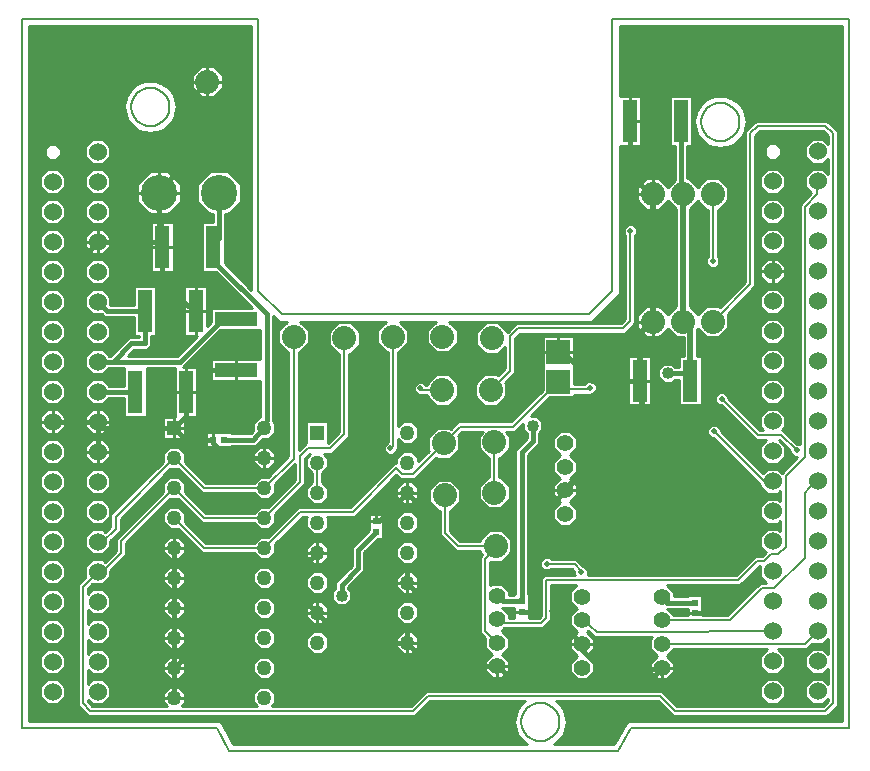
<source format=gbr>
G04 PROTEUS GERBER X2 FILE*
%TF.GenerationSoftware,Labcenter,Proteus,8.12-SP2-Build31155*%
%TF.CreationDate,2022-12-03T19:28:30+00:00*%
%TF.FileFunction,Copper,L2,Bot*%
%TF.FilePolarity,Positive*%
%TF.Part,Single*%
%TF.SameCoordinates,{ab386329-c5d6-4b76-aca3-cb6d5b16447b}*%
%FSLAX45Y45*%
%MOMM*%
G01*
%TA.AperFunction,Conductor*%
%ADD10C,0.381000*%
%ADD21C,0.508000*%
%ADD11C,0.203200*%
%TA.AperFunction,ViaPad*%
%ADD12C,1.016000*%
%ADD13C,0.508000*%
%TA.AperFunction,Conductor*%
%ADD22C,0.254000*%
%TA.AperFunction,ComponentPad*%
%ADD15C,1.524000*%
%TA.AperFunction,ComponentPad*%
%ADD14R,1.270000X1.270000*%
%ADD16C,1.270000*%
%TA.AperFunction,SMDPad,CuDef*%
%ADD23R,0.609600X0.609600*%
%TA.AperFunction,ComponentPad*%
%ADD17C,3.048000*%
%TA.AperFunction,ComponentPad*%
%ADD18C,2.032000*%
%TA.AperFunction,WasherPad*%
%ADD19C,1.397000*%
%TA.AperFunction,SMDPad,CuDef*%
%ADD24R,1.295400X3.606800*%
%TA.AperFunction,ComponentPad*%
%ADD70R,2.032000X2.032000*%
%TA.AperFunction,SMDPad,CuDef*%
%ADD25R,3.606800X1.295400*%
%TA.AperFunction,Profile*%
%ADD20C,0.203200*%
%TD.AperFunction*%
G36*
X+1939040Y+3707857D02*
X+1715249Y+3931648D01*
X+1715249Y+4118740D01*
X+1720069Y+4123560D01*
X+1720069Y+4347121D01*
X+1743751Y+4347121D01*
X+1850879Y+4454249D01*
X+1850879Y+4605751D01*
X+1743751Y+4712879D01*
X+1592249Y+4712879D01*
X+1485121Y+4605751D01*
X+1485121Y+4454249D01*
X+1592249Y+4347121D01*
X+1615931Y+4347121D01*
X+1615931Y+4280819D01*
X+1524751Y+4280819D01*
X+1524751Y+3859181D01*
X+1640444Y+3859181D01*
X+1944376Y+3555249D01*
X+1599181Y+3555249D01*
X+1599181Y+3434627D01*
X+1565249Y+3400695D01*
X+1565249Y+3740819D01*
X+1374751Y+3740819D01*
X+1374751Y+3319181D01*
X+1483735Y+3319181D01*
X+1314623Y+3150069D01*
X+895205Y+3150069D01*
X+947067Y+3201931D01*
X+1061567Y+3201931D01*
X+1092069Y+3232433D01*
X+1092069Y+3319181D01*
X+1135249Y+3319181D01*
X+1135249Y+3740819D01*
X+944751Y+3740819D01*
X+944751Y+3582069D01*
X+747932Y+3582069D01*
X+747931Y+3582068D01*
X+747679Y+3582068D01*
X+747679Y+3650188D01*
X+685188Y+3712679D01*
X+596812Y+3712679D01*
X+534321Y+3650188D01*
X+534321Y+3561812D01*
X+596812Y+3499321D01*
X+674043Y+3499321D01*
X+695432Y+3477932D01*
X+747931Y+3477932D01*
X+747932Y+3477931D01*
X+944751Y+3477931D01*
X+944751Y+3319181D01*
X+987931Y+3319181D01*
X+987931Y+3306069D01*
X+903933Y+3306069D01*
X+747933Y+3150069D01*
X+739798Y+3150069D01*
X+685188Y+3204679D01*
X+596812Y+3204679D01*
X+534321Y+3142188D01*
X+534321Y+3053812D01*
X+596812Y+2991321D01*
X+685188Y+2991321D01*
X+739798Y+3045931D01*
X+864751Y+3045931D01*
X+864751Y+2896069D01*
X+739798Y+2896069D01*
X+685188Y+2950679D01*
X+596812Y+2950679D01*
X+534321Y+2888188D01*
X+534321Y+2799812D01*
X+596812Y+2737321D01*
X+685188Y+2737321D01*
X+739798Y+2791931D01*
X+864751Y+2791931D01*
X+864751Y+2629181D01*
X+1055249Y+2629181D01*
X+1055249Y+3045931D01*
X+1294751Y+3045931D01*
X+1294751Y+2633979D01*
X+1196021Y+2633979D01*
X+1196021Y+2446021D01*
X+1383979Y+2446021D01*
X+1383979Y+2629181D01*
X+1485249Y+2629181D01*
X+1485249Y+3050819D01*
X+1362645Y+3050819D01*
X+1676577Y+3364751D01*
X+2019280Y+3364751D01*
X+2019280Y+3125249D01*
X+1599181Y+3125249D01*
X+1599181Y+2934751D01*
X+2019280Y+2934751D01*
X+2019280Y+2633979D01*
X+2013073Y+2633979D01*
X+1958021Y+2578927D01*
X+1958021Y+2514352D01*
X+1956181Y+2512279D01*
X+1935971Y+2492069D01*
X+1770959Y+2492069D01*
X+1770959Y+2500959D01*
X+1559041Y+2500959D01*
X+1559041Y+2379041D01*
X+1770959Y+2379041D01*
X+1770959Y+2387931D01*
X+1979105Y+2387931D01*
X+2031702Y+2440528D01*
X+2036805Y+2446021D01*
X+2090927Y+2446021D01*
X+2145979Y+2501073D01*
X+2145979Y+2578927D01*
X+2123418Y+2601488D01*
X+2123418Y+3490372D01*
X+2174750Y+3439040D01*
X+2242252Y+3439040D01*
X+2167921Y+3364709D01*
X+2167921Y+3255291D01*
X+2245291Y+3177921D01*
X+2256821Y+3177921D01*
X+2256821Y+2297885D01*
X+2084915Y+2125979D01*
X+2013073Y+2125979D01*
X+1962273Y+2075179D01*
X+1561885Y+2075179D01*
X+1383979Y+2253085D01*
X+1383979Y+2324927D01*
X+1328927Y+2379979D01*
X+1251073Y+2379979D01*
X+1196021Y+2324927D01*
X+1196021Y+2253085D01*
X+749071Y+1806135D01*
X+749071Y+1703135D01*
X+705902Y+1659966D01*
X+685188Y+1680679D01*
X+596812Y+1680679D01*
X+534321Y+1618188D01*
X+534321Y+1529812D01*
X+596812Y+1467321D01*
X+685188Y+1467321D01*
X+747679Y+1529812D01*
X+747679Y+1579615D01*
X+835429Y+1667365D01*
X+835429Y+1770365D01*
X+1257085Y+2192021D01*
X+1322915Y+2192021D01*
X+1526115Y+1988821D01*
X+1962273Y+1988821D01*
X+2013073Y+1938021D01*
X+2090927Y+1938021D01*
X+2145979Y+1993073D01*
X+2145979Y+2064915D01*
X+2313821Y+2232757D01*
X+2313821Y+2100885D01*
X+2084915Y+1871979D01*
X+2013073Y+1871979D01*
X+1962273Y+1821179D01*
X+1561885Y+1821179D01*
X+1383979Y+1999085D01*
X+1383979Y+2070927D01*
X+1328927Y+2125979D01*
X+1251073Y+2125979D01*
X+1196021Y+2070927D01*
X+1196021Y+1999085D01*
X+795393Y+1598457D01*
X+795393Y+1495457D01*
X+705902Y+1405966D01*
X+685188Y+1426679D01*
X+596812Y+1426679D01*
X+534321Y+1364188D01*
X+534321Y+1275812D01*
X+535034Y+1275098D01*
X+472321Y+1212385D01*
X+472321Y+188115D01*
X+561115Y+99321D01*
X+3327385Y+99321D01*
X+3454385Y+226321D01*
X+4256620Y+226321D01*
X+4230059Y+205912D01*
X+4189444Y+149825D01*
X+4165228Y+50000D01*
X+4189444Y-49825D01*
X+4230059Y-105912D01*
X+4273174Y-139040D01*
X+1787675Y-139040D01*
X+1696780Y+42750D01*
X+1667316Y+60960D01*
X+60960Y+60960D01*
X+60960Y+5939040D01*
X+1939040Y+5939040D01*
X+1939040Y+3707857D01*
G37*
%LPC*%
G36*
X+1094718Y+5478514D02*
X+1143024Y+5472348D01*
X+1150368Y+5469369D01*
X+1197185Y+5450374D01*
X+1203745Y+5445334D01*
X+1245941Y+5412912D01*
X+1286556Y+5356825D01*
X+1310772Y+5257000D01*
X+1307286Y+5242629D01*
X+1286556Y+5157175D01*
X+1279517Y+5147454D01*
X+1245941Y+5101088D01*
X+1233182Y+5091284D01*
X+1197185Y+5063626D01*
X+1143024Y+5041652D01*
X+1135168Y+5040649D01*
X+1087000Y+5034501D01*
X+1030976Y+5041652D01*
X+1023632Y+5044631D01*
X+976815Y+5063626D01*
X+970255Y+5068666D01*
X+928059Y+5101088D01*
X+887444Y+5157175D01*
X+863228Y+5257000D01*
X+866714Y+5271371D01*
X+887444Y+5356825D01*
X+894483Y+5366546D01*
X+928059Y+5412912D01*
X+940818Y+5422716D01*
X+976815Y+5450374D01*
X+1030976Y+5472348D01*
X+1038832Y+5473351D01*
X+1087000Y+5479499D01*
X+1094718Y+5478514D01*
G37*
G36*
X+231594Y+4944579D02*
X+288406Y+4944579D01*
X+328579Y+4904406D01*
X+328579Y+4847594D01*
X+288406Y+4807421D01*
X+231594Y+4807421D01*
X+191421Y+4847594D01*
X+191421Y+4904406D01*
X+231594Y+4944579D01*
G37*
G36*
X+596812Y+4982679D02*
X+685188Y+4982679D01*
X+747679Y+4920188D01*
X+747679Y+4831812D01*
X+685188Y+4769321D01*
X+596812Y+4769321D01*
X+534321Y+4831812D01*
X+534321Y+4920188D01*
X+596812Y+4982679D01*
G37*
G36*
X+215812Y+4728679D02*
X+304188Y+4728679D01*
X+366679Y+4666188D01*
X+366679Y+4577812D01*
X+304188Y+4515321D01*
X+215812Y+4515321D01*
X+153321Y+4577812D01*
X+153321Y+4666188D01*
X+215812Y+4728679D01*
G37*
G36*
X+596812Y+4728679D02*
X+685188Y+4728679D01*
X+747679Y+4666188D01*
X+747679Y+4577812D01*
X+685188Y+4515321D01*
X+596812Y+4515321D01*
X+534321Y+4577812D01*
X+534321Y+4666188D01*
X+596812Y+4728679D01*
G37*
G36*
X+215812Y+4474679D02*
X+304188Y+4474679D01*
X+366679Y+4412188D01*
X+366679Y+4323812D01*
X+304188Y+4261321D01*
X+215812Y+4261321D01*
X+153321Y+4323812D01*
X+153321Y+4412188D01*
X+215812Y+4474679D01*
G37*
G36*
X+596812Y+4474679D02*
X+685188Y+4474679D01*
X+747679Y+4412188D01*
X+747679Y+4323812D01*
X+685188Y+4261321D01*
X+596812Y+4261321D01*
X+534321Y+4323812D01*
X+534321Y+4412188D01*
X+596812Y+4474679D01*
G37*
G36*
X+215812Y+4220679D02*
X+304188Y+4220679D01*
X+366679Y+4158188D01*
X+366679Y+4069812D01*
X+304188Y+4007321D01*
X+215812Y+4007321D01*
X+153321Y+4069812D01*
X+153321Y+4158188D01*
X+215812Y+4220679D01*
G37*
G36*
X+596812Y+4220679D02*
X+685188Y+4220679D01*
X+747679Y+4158188D01*
X+747679Y+4069812D01*
X+685188Y+4007321D01*
X+596812Y+4007321D01*
X+534321Y+4069812D01*
X+534321Y+4158188D01*
X+596812Y+4220679D01*
G37*
G36*
X+215812Y+3966679D02*
X+304188Y+3966679D01*
X+366679Y+3904188D01*
X+366679Y+3815812D01*
X+304188Y+3753321D01*
X+215812Y+3753321D01*
X+153321Y+3815812D01*
X+153321Y+3904188D01*
X+215812Y+3966679D01*
G37*
G36*
X+596812Y+3966679D02*
X+685188Y+3966679D01*
X+747679Y+3904188D01*
X+747679Y+3815812D01*
X+685188Y+3753321D01*
X+596812Y+3753321D01*
X+534321Y+3815812D01*
X+534321Y+3904188D01*
X+596812Y+3966679D01*
G37*
G36*
X+215812Y+3712679D02*
X+304188Y+3712679D01*
X+366679Y+3650188D01*
X+366679Y+3561812D01*
X+304188Y+3499321D01*
X+215812Y+3499321D01*
X+153321Y+3561812D01*
X+153321Y+3650188D01*
X+215812Y+3712679D01*
G37*
G36*
X+215812Y+3458679D02*
X+304188Y+3458679D01*
X+366679Y+3396188D01*
X+366679Y+3307812D01*
X+304188Y+3245321D01*
X+215812Y+3245321D01*
X+153321Y+3307812D01*
X+153321Y+3396188D01*
X+215812Y+3458679D01*
G37*
G36*
X+596812Y+3458679D02*
X+685188Y+3458679D01*
X+747679Y+3396188D01*
X+747679Y+3307812D01*
X+685188Y+3245321D01*
X+596812Y+3245321D01*
X+534321Y+3307812D01*
X+534321Y+3396188D01*
X+596812Y+3458679D01*
G37*
G36*
X+215812Y+3204679D02*
X+304188Y+3204679D01*
X+366679Y+3142188D01*
X+366679Y+3053812D01*
X+304188Y+2991321D01*
X+215812Y+2991321D01*
X+153321Y+3053812D01*
X+153321Y+3142188D01*
X+215812Y+3204679D01*
G37*
G36*
X+215812Y+2950679D02*
X+304188Y+2950679D01*
X+366679Y+2888188D01*
X+366679Y+2799812D01*
X+304188Y+2737321D01*
X+215812Y+2737321D01*
X+153321Y+2799812D01*
X+153321Y+2888188D01*
X+215812Y+2950679D01*
G37*
G36*
X+215812Y+2696679D02*
X+304188Y+2696679D01*
X+366679Y+2634188D01*
X+366679Y+2545812D01*
X+304188Y+2483321D01*
X+215812Y+2483321D01*
X+153321Y+2545812D01*
X+153321Y+2634188D01*
X+215812Y+2696679D01*
G37*
G36*
X+596812Y+2696679D02*
X+685188Y+2696679D01*
X+747679Y+2634188D01*
X+747679Y+2545812D01*
X+685188Y+2483321D01*
X+596812Y+2483321D01*
X+534321Y+2545812D01*
X+534321Y+2634188D01*
X+596812Y+2696679D01*
G37*
G36*
X+215812Y+2442679D02*
X+304188Y+2442679D01*
X+366679Y+2380188D01*
X+366679Y+2291812D01*
X+304188Y+2229321D01*
X+215812Y+2229321D01*
X+153321Y+2291812D01*
X+153321Y+2380188D01*
X+215812Y+2442679D01*
G37*
G36*
X+596812Y+2442679D02*
X+685188Y+2442679D01*
X+747679Y+2380188D01*
X+747679Y+2291812D01*
X+685188Y+2229321D01*
X+596812Y+2229321D01*
X+534321Y+2291812D01*
X+534321Y+2380188D01*
X+596812Y+2442679D01*
G37*
G36*
X+215812Y+2188679D02*
X+304188Y+2188679D01*
X+366679Y+2126188D01*
X+366679Y+2037812D01*
X+304188Y+1975321D01*
X+215812Y+1975321D01*
X+153321Y+2037812D01*
X+153321Y+2126188D01*
X+215812Y+2188679D01*
G37*
G36*
X+596812Y+2188679D02*
X+685188Y+2188679D01*
X+747679Y+2126188D01*
X+747679Y+2037812D01*
X+685188Y+1975321D01*
X+596812Y+1975321D01*
X+534321Y+2037812D01*
X+534321Y+2126188D01*
X+596812Y+2188679D01*
G37*
G36*
X+215812Y+1934679D02*
X+304188Y+1934679D01*
X+366679Y+1872188D01*
X+366679Y+1783812D01*
X+304188Y+1721321D01*
X+215812Y+1721321D01*
X+153321Y+1783812D01*
X+153321Y+1872188D01*
X+215812Y+1934679D01*
G37*
G36*
X+596812Y+1934679D02*
X+685188Y+1934679D01*
X+747679Y+1872188D01*
X+747679Y+1783812D01*
X+685188Y+1721321D01*
X+596812Y+1721321D01*
X+534321Y+1783812D01*
X+534321Y+1872188D01*
X+596812Y+1934679D01*
G37*
G36*
X+215812Y+1680679D02*
X+304188Y+1680679D01*
X+366679Y+1618188D01*
X+366679Y+1529812D01*
X+304188Y+1467321D01*
X+215812Y+1467321D01*
X+153321Y+1529812D01*
X+153321Y+1618188D01*
X+215812Y+1680679D01*
G37*
G36*
X+215812Y+1426679D02*
X+304188Y+1426679D01*
X+366679Y+1364188D01*
X+366679Y+1275812D01*
X+304188Y+1213321D01*
X+215812Y+1213321D01*
X+153321Y+1275812D01*
X+153321Y+1364188D01*
X+215812Y+1426679D01*
G37*
G36*
X+215812Y+1172679D02*
X+304188Y+1172679D01*
X+366679Y+1110188D01*
X+366679Y+1021812D01*
X+304188Y+959321D01*
X+215812Y+959321D01*
X+153321Y+1021812D01*
X+153321Y+1110188D01*
X+215812Y+1172679D01*
G37*
G36*
X+215812Y+918679D02*
X+304188Y+918679D01*
X+366679Y+856188D01*
X+366679Y+767812D01*
X+304188Y+705321D01*
X+215812Y+705321D01*
X+153321Y+767812D01*
X+153321Y+856188D01*
X+215812Y+918679D01*
G37*
G36*
X+215812Y+664679D02*
X+304188Y+664679D01*
X+366679Y+602188D01*
X+366679Y+513812D01*
X+304188Y+451321D01*
X+215812Y+451321D01*
X+153321Y+513812D01*
X+153321Y+602188D01*
X+215812Y+664679D01*
G37*
G36*
X+215812Y+410679D02*
X+304188Y+410679D01*
X+366679Y+348188D01*
X+366679Y+259812D01*
X+304188Y+197321D01*
X+215812Y+197321D01*
X+153321Y+259812D01*
X+153321Y+348188D01*
X+215812Y+410679D01*
G37*
G36*
X+2013073Y+2379979D02*
X+2090927Y+2379979D01*
X+2145979Y+2324927D01*
X+2145979Y+2247073D01*
X+2090927Y+2192021D01*
X+2013073Y+2192021D01*
X+1958021Y+2247073D01*
X+1958021Y+2324927D01*
X+2013073Y+2379979D01*
G37*
G36*
X+1342879Y+4605751D02*
X+1342879Y+4454249D01*
X+1235751Y+4347121D01*
X+1084249Y+4347121D01*
X+977121Y+4454249D01*
X+977121Y+4605751D01*
X+1084249Y+4712879D01*
X+1235751Y+4712879D01*
X+1342879Y+4605751D01*
G37*
G36*
X+1285249Y+3859181D02*
X+1094751Y+3859181D01*
X+1094751Y+4280819D01*
X+1285249Y+4280819D01*
X+1285249Y+3859181D01*
G37*
G36*
X+1437921Y+5415291D02*
X+1437921Y+5524709D01*
X+1515291Y+5602079D01*
X+1624709Y+5602079D01*
X+1702079Y+5524709D01*
X+1702079Y+5415291D01*
X+1624709Y+5337921D01*
X+1515291Y+5337921D01*
X+1437921Y+5415291D01*
G37*
%LPD*%
G36*
X+6939040Y+60960D02*
X+5143328Y+60960D01*
X+5114621Y+43986D01*
X+5013957Y-139040D01*
X+4504826Y-139040D01*
X+4547941Y-105912D01*
X+4588556Y-49825D01*
X+4612772Y+50000D01*
X+4588556Y+149825D01*
X+4547941Y+205912D01*
X+4521379Y+226321D01*
X+5387115Y+226321D01*
X+5514115Y+99321D01*
X+6819885Y+99321D01*
X+6908679Y+188115D01*
X+6908679Y+5049885D01*
X+6819885Y+5138679D01*
X+6212615Y+5138679D01*
X+6123821Y+5049885D01*
X+6123821Y+3774885D01*
X+5912862Y+3563926D01*
X+5904709Y+3572079D01*
X+5795291Y+3572079D01*
X+5723000Y+3499788D01*
X+5654419Y+3568369D01*
X+5654419Y+4391631D01*
X+5723000Y+4460212D01*
X+5795291Y+4387921D01*
X+5806821Y+4387921D01*
X+5806821Y+3988846D01*
X+5793621Y+3975646D01*
X+5793621Y+3929354D01*
X+5826354Y+3896621D01*
X+5872646Y+3896621D01*
X+5905379Y+3929354D01*
X+5905379Y+3975646D01*
X+5893179Y+3987846D01*
X+5893179Y+4387921D01*
X+5904709Y+4387921D01*
X+5982079Y+4465291D01*
X+5982079Y+4574709D01*
X+5904709Y+4652079D01*
X+5795291Y+4652079D01*
X+5723000Y+4579788D01*
X+5650709Y+4652079D01*
X+5632069Y+4652079D01*
X+5632069Y+4929181D01*
X+5675249Y+4929181D01*
X+5675249Y+5350819D01*
X+5484751Y+5350819D01*
X+5484751Y+4929181D01*
X+5527931Y+4929181D01*
X+5527931Y+4638719D01*
X+5469000Y+4579788D01*
X+5396709Y+4652079D01*
X+5287291Y+4652079D01*
X+5209921Y+4574709D01*
X+5209921Y+4465291D01*
X+5287291Y+4387921D01*
X+5396709Y+4387921D01*
X+5469000Y+4460212D01*
X+5537581Y+4391631D01*
X+5537581Y+3568369D01*
X+5469000Y+3499788D01*
X+5396709Y+3572079D01*
X+5287291Y+3572079D01*
X+5209921Y+3494709D01*
X+5209921Y+3385291D01*
X+5287291Y+3307921D01*
X+5396709Y+3307921D01*
X+5469000Y+3380212D01*
X+5541291Y+3307921D01*
X+5601581Y+3307921D01*
X+5601581Y+3150819D01*
X+5564751Y+3150819D01*
X+5564751Y+3052069D01*
X+5531377Y+3052069D01*
X+5502167Y+3081279D01*
X+5434833Y+3081279D01*
X+5387221Y+3033667D01*
X+5387221Y+2966333D01*
X+5434833Y+2918721D01*
X+5502167Y+2918721D01*
X+5531377Y+2947931D01*
X+5564751Y+2947931D01*
X+5564751Y+2729181D01*
X+5755249Y+2729181D01*
X+5755249Y+3150819D01*
X+5718419Y+3150819D01*
X+5718419Y+3375631D01*
X+5723000Y+3380212D01*
X+5795291Y+3307921D01*
X+5904709Y+3307921D01*
X+5982079Y+3385291D01*
X+5982079Y+3494709D01*
X+5973926Y+3502862D01*
X+6210179Y+3739115D01*
X+6210179Y+5014115D01*
X+6248385Y+5052321D01*
X+6784115Y+5052321D01*
X+6822321Y+5014115D01*
X+6822321Y+4945546D01*
X+6781188Y+4986679D01*
X+6692812Y+4986679D01*
X+6630321Y+4924188D01*
X+6630321Y+4835812D01*
X+6692812Y+4773321D01*
X+6781188Y+4773321D01*
X+6822321Y+4814454D01*
X+6822321Y+4691546D01*
X+6781188Y+4732679D01*
X+6692812Y+4732679D01*
X+6630321Y+4670188D01*
X+6630321Y+4581812D01*
X+6684457Y+4527676D01*
X+6586379Y+4429598D01*
X+6586379Y+2402646D01*
X+6583146Y+2405879D01*
X+6565185Y+2405879D01*
X+6447886Y+2523178D01*
X+6436045Y+2523178D01*
X+6462679Y+2549812D01*
X+6462679Y+2638188D01*
X+6400188Y+2700679D01*
X+6311812Y+2700679D01*
X+6249321Y+2638188D01*
X+6249321Y+2549812D01*
X+6275955Y+2523178D01*
X+6247469Y+2523178D01*
X+5979813Y+2790834D01*
X+5979813Y+2808795D01*
X+5947080Y+2841528D01*
X+5900788Y+2841528D01*
X+5868055Y+2808795D01*
X+5868055Y+2762503D01*
X+5900788Y+2729770D01*
X+5918749Y+2729770D01*
X+6211697Y+2436822D01*
X+6301955Y+2436822D01*
X+6249321Y+2384188D01*
X+6249321Y+2295812D01*
X+6311812Y+2233321D01*
X+6400188Y+2233321D01*
X+6462679Y+2295812D01*
X+6462679Y+2384188D01*
X+6410045Y+2436822D01*
X+6412114Y+2436822D01*
X+6504121Y+2344815D01*
X+6504121Y+2326854D01*
X+6536854Y+2294121D01*
X+6565695Y+2294121D01*
X+6432220Y+2160646D01*
X+6400188Y+2192679D01*
X+6311812Y+2192679D01*
X+6275098Y+2155966D01*
X+5915879Y+2515185D01*
X+5915879Y+2533146D01*
X+5883146Y+2565879D01*
X+5836854Y+2565879D01*
X+5804121Y+2533146D01*
X+5804121Y+2486854D01*
X+5836854Y+2454121D01*
X+5854815Y+2454121D01*
X+6249321Y+2059615D01*
X+6249321Y+2041812D01*
X+6311812Y+1979321D01*
X+6400188Y+1979321D01*
X+6421821Y+2000954D01*
X+6421821Y+1917046D01*
X+6400188Y+1938679D01*
X+6311812Y+1938679D01*
X+6249321Y+1876188D01*
X+6249321Y+1787812D01*
X+6311812Y+1725321D01*
X+6400188Y+1725321D01*
X+6421821Y+1746954D01*
X+6421821Y+1663046D01*
X+6400188Y+1684679D01*
X+6311812Y+1684679D01*
X+6249321Y+1622188D01*
X+6249321Y+1533812D01*
X+6298005Y+1485128D01*
X+6268429Y+1455552D01*
X+6209814Y+1455552D01*
X+6047092Y+1292830D01*
X+4789370Y+1292830D01*
X+4789786Y+1293246D01*
X+4789786Y+1339538D01*
X+4757053Y+1372271D01*
X+4751150Y+1372271D01*
X+4691508Y+1431913D01*
X+4480386Y+1431913D01*
X+4467686Y+1444613D01*
X+4421394Y+1444613D01*
X+4388661Y+1411880D01*
X+4388661Y+1365588D01*
X+4421394Y+1332855D01*
X+4467686Y+1332855D01*
X+4480386Y+1345555D01*
X+4655738Y+1345555D01*
X+4678028Y+1323265D01*
X+4678028Y+1293246D01*
X+4678444Y+1292830D01*
X+4417621Y+1292830D01*
X+4392327Y+1267536D01*
X+4392327Y+946786D01*
X+4374277Y+928736D01*
X+4290959Y+928736D01*
X+4290959Y+1130959D01*
X+4282069Y+1130959D01*
X+4282069Y+2311433D01*
X+4377569Y+2406933D01*
X+4377569Y+2492623D01*
X+4406779Y+2521833D01*
X+4406779Y+2589167D01*
X+4359167Y+2636779D01*
X+4307843Y+2636779D01*
X+4468985Y+2797921D01*
X+4672079Y+2797921D01*
X+4672079Y+2821845D01*
X+4816125Y+2821845D01*
X+4817870Y+2823590D01*
X+4835831Y+2823590D01*
X+4868564Y+2856323D01*
X+4868564Y+2902615D01*
X+4835831Y+2935348D01*
X+4789539Y+2935348D01*
X+4762394Y+2908203D01*
X+4672079Y+2908203D01*
X+4672079Y+3316079D01*
X+4407921Y+3316079D01*
X+4407921Y+2858985D01*
X+4142603Y+2593667D01*
X+3692603Y+2593667D01*
X+3632862Y+2533926D01*
X+3624709Y+2542079D01*
X+3515291Y+2542079D01*
X+3437921Y+2464709D01*
X+3437921Y+2355291D01*
X+3446074Y+2347138D01*
X+3355979Y+2257043D01*
X+3355979Y+2284927D01*
X+3300927Y+2339979D01*
X+3223073Y+2339979D01*
X+3168021Y+2284927D01*
X+3168021Y+2244639D01*
X+3152730Y+2244639D01*
X+2781270Y+1873179D01*
X+2340115Y+1873179D01*
X+2084915Y+1617979D01*
X+2013073Y+1617979D01*
X+1962273Y+1567179D01*
X+1561885Y+1567179D01*
X+1383979Y+1745085D01*
X+1383979Y+1816927D01*
X+1328927Y+1871979D01*
X+1251073Y+1871979D01*
X+1196021Y+1816927D01*
X+1196021Y+1739073D01*
X+1251073Y+1684021D01*
X+1322915Y+1684021D01*
X+1526115Y+1480821D01*
X+1962273Y+1480821D01*
X+2013073Y+1430021D01*
X+2090927Y+1430021D01*
X+2145979Y+1485073D01*
X+2145979Y+1556915D01*
X+2375885Y+1786821D01*
X+2415915Y+1786821D01*
X+2406021Y+1776927D01*
X+2406021Y+1699073D01*
X+2461073Y+1644021D01*
X+2538927Y+1644021D01*
X+2593979Y+1699073D01*
X+2593979Y+1776927D01*
X+2584085Y+1786821D01*
X+2817040Y+1786821D01*
X+3170615Y+2140396D01*
X+3204189Y+2106822D01*
X+3327886Y+2106822D01*
X+3507138Y+2286074D01*
X+3515291Y+2277921D01*
X+3624709Y+2277921D01*
X+3702079Y+2355291D01*
X+3702079Y+2464709D01*
X+3693926Y+2472862D01*
X+3728373Y+2507309D01*
X+3900521Y+2507309D01*
X+3867921Y+2474709D01*
X+3867921Y+2365291D01*
X+3945291Y+2287921D01*
X+3956821Y+2287921D01*
X+3956821Y+2122079D01*
X+3945291Y+2122079D01*
X+3867921Y+2044709D01*
X+3867921Y+1935291D01*
X+3945291Y+1857921D01*
X+4054709Y+1857921D01*
X+4132079Y+1935291D01*
X+4132079Y+2044709D01*
X+4054709Y+2122079D01*
X+4043179Y+2122079D01*
X+4043179Y+2287921D01*
X+4054709Y+2287921D01*
X+4132079Y+2365291D01*
X+4132079Y+2474709D01*
X+4099479Y+2507309D01*
X+4178373Y+2507309D01*
X+4244221Y+2573157D01*
X+4244221Y+2521833D01*
X+4273431Y+2492623D01*
X+4273431Y+2450067D01*
X+4177931Y+2354567D01*
X+4177931Y+1130959D01*
X+4169041Y+1130959D01*
X+4169041Y+1122069D01*
X+4120329Y+1122069D01*
X+4120329Y+1161558D01*
X+4061558Y+1220329D01*
X+3978442Y+1220329D01*
X+3963179Y+1205066D01*
X+3963179Y+1407921D01*
X+4064709Y+1407921D01*
X+4142079Y+1485291D01*
X+4142079Y+1594709D01*
X+4064709Y+1672079D01*
X+3955291Y+1672079D01*
X+3877921Y+1594709D01*
X+3877921Y+1583179D01*
X+3708385Y+1583179D01*
X+3623179Y+1668385D01*
X+3623179Y+1837921D01*
X+3634709Y+1837921D01*
X+3712079Y+1915291D01*
X+3712079Y+2024709D01*
X+3634709Y+2102079D01*
X+3525291Y+2102079D01*
X+3447921Y+2024709D01*
X+3447921Y+1915291D01*
X+3525291Y+1837921D01*
X+3536821Y+1837921D01*
X+3536821Y+1632615D01*
X+3672615Y+1496821D01*
X+3877921Y+1496821D01*
X+3877921Y+1485291D01*
X+3896066Y+1467146D01*
X+3896013Y+1467077D01*
X+3876821Y+1447885D01*
X+3876821Y+802115D01*
X+3919671Y+759265D01*
X+3919671Y+678442D01*
X+3978113Y+620000D01*
X+3919671Y+561558D01*
X+3919671Y+478442D01*
X+3978442Y+419671D01*
X+4061558Y+419671D01*
X+4120329Y+478442D01*
X+4120329Y+561558D01*
X+4061887Y+620000D01*
X+4120329Y+678442D01*
X+4120329Y+761558D01*
X+4061887Y+820000D01*
X+4084265Y+842378D01*
X+4410047Y+842378D01*
X+4478685Y+911016D01*
X+4478685Y+1206472D01*
X+4694585Y+1206472D01*
X+4639671Y+1151558D01*
X+4639671Y+1068442D01*
X+4698113Y+1010000D01*
X+4639671Y+951558D01*
X+4639671Y+868442D01*
X+4698113Y+810000D01*
X+4639671Y+751558D01*
X+4639671Y+668442D01*
X+4698113Y+610000D01*
X+4639671Y+551558D01*
X+4639671Y+468442D01*
X+4698442Y+409671D01*
X+4781558Y+409671D01*
X+4840329Y+468442D01*
X+4840329Y+551558D01*
X+4781887Y+610000D01*
X+4840329Y+668442D01*
X+4840329Y+751558D01*
X+4781887Y+810000D01*
X+4792444Y+820556D01*
X+4847939Y+765061D01*
X+5333174Y+765061D01*
X+5319671Y+751558D01*
X+5319671Y+668442D01*
X+5378113Y+610000D01*
X+5319671Y+551558D01*
X+5319671Y+468442D01*
X+5378442Y+409671D01*
X+5461558Y+409671D01*
X+5520329Y+468442D01*
X+5520329Y+551558D01*
X+5461887Y+610000D01*
X+5518708Y+666821D01*
X+6309954Y+666821D01*
X+6249321Y+606188D01*
X+6249321Y+517812D01*
X+6311812Y+455321D01*
X+6400188Y+455321D01*
X+6462679Y+517812D01*
X+6462679Y+606188D01*
X+6402046Y+666821D01*
X+6648885Y+666821D01*
X+6692098Y+710034D01*
X+6692812Y+709321D01*
X+6781188Y+709321D01*
X+6822321Y+750454D01*
X+6822321Y+627546D01*
X+6781188Y+668679D01*
X+6692812Y+668679D01*
X+6630321Y+606188D01*
X+6630321Y+517812D01*
X+6692812Y+455321D01*
X+6781188Y+455321D01*
X+6822321Y+496454D01*
X+6822321Y+373546D01*
X+6781188Y+414679D01*
X+6692812Y+414679D01*
X+6630321Y+352188D01*
X+6630321Y+263812D01*
X+6692812Y+201321D01*
X+6781188Y+201321D01*
X+6822321Y+242454D01*
X+6822321Y+223885D01*
X+6784115Y+185679D01*
X+5549885Y+185679D01*
X+5422885Y+312679D01*
X+3418615Y+312679D01*
X+3291615Y+185679D01*
X+2116585Y+185679D01*
X+2145979Y+215073D01*
X+2145979Y+292927D01*
X+2090927Y+347979D01*
X+2013073Y+347979D01*
X+1958021Y+292927D01*
X+1958021Y+215073D01*
X+1987415Y+185679D01*
X+1354585Y+185679D01*
X+1383979Y+215073D01*
X+1383979Y+292927D01*
X+1328927Y+347979D01*
X+1251073Y+347979D01*
X+1196021Y+292927D01*
X+1196021Y+215073D01*
X+1225415Y+185679D01*
X+596885Y+185679D01*
X+558679Y+223885D01*
X+558679Y+235454D01*
X+596812Y+197321D01*
X+685188Y+197321D01*
X+747679Y+259812D01*
X+747679Y+348188D01*
X+685188Y+410679D01*
X+596812Y+410679D01*
X+558679Y+372546D01*
X+558679Y+489454D01*
X+596812Y+451321D01*
X+685188Y+451321D01*
X+747679Y+513812D01*
X+747679Y+602188D01*
X+685188Y+664679D01*
X+596812Y+664679D01*
X+558679Y+626546D01*
X+558679Y+743454D01*
X+596812Y+705321D01*
X+685188Y+705321D01*
X+747679Y+767812D01*
X+747679Y+856188D01*
X+685188Y+918679D01*
X+596812Y+918679D01*
X+558679Y+880546D01*
X+558679Y+997454D01*
X+596812Y+959321D01*
X+685188Y+959321D01*
X+747679Y+1021812D01*
X+747679Y+1110188D01*
X+685188Y+1172679D01*
X+596812Y+1172679D01*
X+558679Y+1134546D01*
X+558679Y+1176615D01*
X+596098Y+1214034D01*
X+596812Y+1213321D01*
X+685188Y+1213321D01*
X+747679Y+1275812D01*
X+747679Y+1325615D01*
X+881751Y+1459687D01*
X+881751Y+1562687D01*
X+1257085Y+1938021D01*
X+1322915Y+1938021D01*
X+1526115Y+1734821D01*
X+1962273Y+1734821D01*
X+2013073Y+1684021D01*
X+2090927Y+1684021D01*
X+2145979Y+1739073D01*
X+2145979Y+1810915D01*
X+2400179Y+2065115D01*
X+2400179Y+2283615D01*
X+2438385Y+2321821D01*
X+2442915Y+2321821D01*
X+2406021Y+2284927D01*
X+2406021Y+2207073D01*
X+2456821Y+2156273D01*
X+2456821Y+2081727D01*
X+2406021Y+2030927D01*
X+2406021Y+1953073D01*
X+2461073Y+1898021D01*
X+2538927Y+1898021D01*
X+2593979Y+1953073D01*
X+2593979Y+2030927D01*
X+2543179Y+2081727D01*
X+2543179Y+2156273D01*
X+2593979Y+2207073D01*
X+2593979Y+2284927D01*
X+2557085Y+2321821D01*
X+2628885Y+2321821D01*
X+2773179Y+2466115D01*
X+2773179Y+3167921D01*
X+2784709Y+3167921D01*
X+2862079Y+3245291D01*
X+2862079Y+3354709D01*
X+2784709Y+3432079D01*
X+2675291Y+3432079D01*
X+2597921Y+3354709D01*
X+2597921Y+3245291D01*
X+2675291Y+3167921D01*
X+2686821Y+3167921D01*
X+2686821Y+2501885D01*
X+2593979Y+2409043D01*
X+2593979Y+2593979D01*
X+2406021Y+2593979D01*
X+2406021Y+2408179D01*
X+2402615Y+2408179D01*
X+2343179Y+2348743D01*
X+2343179Y+3177921D01*
X+2354709Y+3177921D01*
X+2432079Y+3255291D01*
X+2432079Y+3364709D01*
X+2357748Y+3439040D01*
X+3082252Y+3439040D01*
X+3007921Y+3364709D01*
X+3007921Y+3255291D01*
X+3085291Y+3177921D01*
X+3096821Y+3177921D01*
X+3096821Y+2420879D01*
X+3095854Y+2420879D01*
X+3063121Y+2388146D01*
X+3063121Y+2341854D01*
X+3095854Y+2309121D01*
X+3142146Y+2309121D01*
X+3174879Y+2341854D01*
X+3174879Y+2359815D01*
X+3183179Y+2368115D01*
X+3183179Y+2445915D01*
X+3223073Y+2406021D01*
X+3300927Y+2406021D01*
X+3355979Y+2461073D01*
X+3355979Y+2538927D01*
X+3300927Y+2593979D01*
X+3223073Y+2593979D01*
X+3183179Y+2554085D01*
X+3183179Y+3177921D01*
X+3194709Y+3177921D01*
X+3272079Y+3255291D01*
X+3272079Y+3364709D01*
X+3197748Y+3439040D01*
X+3502252Y+3439040D01*
X+3427921Y+3364709D01*
X+3427921Y+3255291D01*
X+3505291Y+3177921D01*
X+3614709Y+3177921D01*
X+3692079Y+3255291D01*
X+3692079Y+3364709D01*
X+3617748Y+3439040D01*
X+4825250Y+3439040D01*
X+5060960Y+3674750D01*
X+5060960Y+4929181D01*
X+5245249Y+4929181D01*
X+5245249Y+5350819D01*
X+5060960Y+5350819D01*
X+5060960Y+5939040D01*
X+6939040Y+5939040D01*
X+6939040Y+60960D01*
G37*
%LPC*%
G36*
X+5920718Y+5351514D02*
X+5969024Y+5345348D01*
X+5976368Y+5342369D01*
X+6023185Y+5323374D01*
X+6029745Y+5318334D01*
X+6071941Y+5285912D01*
X+6112556Y+5229825D01*
X+6136772Y+5130000D01*
X+6133286Y+5115629D01*
X+6112556Y+5030175D01*
X+6105517Y+5020454D01*
X+6071941Y+4974088D01*
X+6059182Y+4964284D01*
X+6023185Y+4936626D01*
X+5969024Y+4914652D01*
X+5961168Y+4913649D01*
X+5913000Y+4907501D01*
X+5856976Y+4914652D01*
X+5849632Y+4917631D01*
X+5802815Y+4936626D01*
X+5796255Y+4941666D01*
X+5754059Y+4974088D01*
X+5713444Y+5030175D01*
X+5689228Y+5130000D01*
X+5692714Y+5144371D01*
X+5713444Y+5229825D01*
X+5720483Y+5239546D01*
X+5754059Y+5285912D01*
X+5766818Y+5295716D01*
X+5802815Y+5323374D01*
X+5856976Y+5345348D01*
X+5864832Y+5346351D01*
X+5913000Y+5352499D01*
X+5920718Y+5351514D01*
G37*
G36*
X+6327594Y+4948579D02*
X+6384406Y+4948579D01*
X+6424579Y+4908406D01*
X+6424579Y+4851594D01*
X+6384406Y+4811421D01*
X+6327594Y+4811421D01*
X+6287421Y+4851594D01*
X+6287421Y+4908406D01*
X+6327594Y+4948579D01*
G37*
G36*
X+6311812Y+4732679D02*
X+6400188Y+4732679D01*
X+6462679Y+4670188D01*
X+6462679Y+4581812D01*
X+6400188Y+4519321D01*
X+6311812Y+4519321D01*
X+6249321Y+4581812D01*
X+6249321Y+4670188D01*
X+6311812Y+4732679D01*
G37*
G36*
X+6311812Y+4478679D02*
X+6400188Y+4478679D01*
X+6462679Y+4416188D01*
X+6462679Y+4327812D01*
X+6400188Y+4265321D01*
X+6311812Y+4265321D01*
X+6249321Y+4327812D01*
X+6249321Y+4416188D01*
X+6311812Y+4478679D01*
G37*
G36*
X+6311812Y+4224679D02*
X+6400188Y+4224679D01*
X+6462679Y+4162188D01*
X+6462679Y+4073812D01*
X+6400188Y+4011321D01*
X+6311812Y+4011321D01*
X+6249321Y+4073812D01*
X+6249321Y+4162188D01*
X+6311812Y+4224679D01*
G37*
G36*
X+6311812Y+3970679D02*
X+6400188Y+3970679D01*
X+6462679Y+3908188D01*
X+6462679Y+3819812D01*
X+6400188Y+3757321D01*
X+6311812Y+3757321D01*
X+6249321Y+3819812D01*
X+6249321Y+3908188D01*
X+6311812Y+3970679D01*
G37*
G36*
X+6311812Y+3716679D02*
X+6400188Y+3716679D01*
X+6462679Y+3654188D01*
X+6462679Y+3565812D01*
X+6400188Y+3503321D01*
X+6311812Y+3503321D01*
X+6249321Y+3565812D01*
X+6249321Y+3654188D01*
X+6311812Y+3716679D01*
G37*
G36*
X+6311812Y+3462679D02*
X+6400188Y+3462679D01*
X+6462679Y+3400188D01*
X+6462679Y+3311812D01*
X+6400188Y+3249321D01*
X+6311812Y+3249321D01*
X+6249321Y+3311812D01*
X+6249321Y+3400188D01*
X+6311812Y+3462679D01*
G37*
G36*
X+6311812Y+3208679D02*
X+6400188Y+3208679D01*
X+6462679Y+3146188D01*
X+6462679Y+3057812D01*
X+6400188Y+2995321D01*
X+6311812Y+2995321D01*
X+6249321Y+3057812D01*
X+6249321Y+3146188D01*
X+6311812Y+3208679D01*
G37*
G36*
X+6311812Y+2954679D02*
X+6400188Y+2954679D01*
X+6462679Y+2892188D01*
X+6462679Y+2803812D01*
X+6400188Y+2741321D01*
X+6311812Y+2741321D01*
X+6249321Y+2803812D01*
X+6249321Y+2892188D01*
X+6311812Y+2954679D01*
G37*
G36*
X+6311812Y+414679D02*
X+6400188Y+414679D01*
X+6462679Y+352188D01*
X+6462679Y+263812D01*
X+6400188Y+201321D01*
X+6311812Y+201321D01*
X+6249321Y+263812D01*
X+6249321Y+352188D01*
X+6311812Y+414679D01*
G37*
G36*
X+1251073Y+1617979D02*
X+1328927Y+1617979D01*
X+1383979Y+1562927D01*
X+1383979Y+1485073D01*
X+1328927Y+1430021D01*
X+1251073Y+1430021D01*
X+1196021Y+1485073D01*
X+1196021Y+1562927D01*
X+1251073Y+1617979D01*
G37*
G36*
X+1251073Y+1363979D02*
X+1328927Y+1363979D01*
X+1383979Y+1308927D01*
X+1383979Y+1231073D01*
X+1328927Y+1176021D01*
X+1251073Y+1176021D01*
X+1196021Y+1231073D01*
X+1196021Y+1308927D01*
X+1251073Y+1363979D01*
G37*
G36*
X+1251073Y+1109979D02*
X+1328927Y+1109979D01*
X+1383979Y+1054927D01*
X+1383979Y+977073D01*
X+1328927Y+922021D01*
X+1251073Y+922021D01*
X+1196021Y+977073D01*
X+1196021Y+1054927D01*
X+1251073Y+1109979D01*
G37*
G36*
X+1251073Y+855979D02*
X+1328927Y+855979D01*
X+1383979Y+800927D01*
X+1383979Y+723073D01*
X+1328927Y+668021D01*
X+1251073Y+668021D01*
X+1196021Y+723073D01*
X+1196021Y+800927D01*
X+1251073Y+855979D01*
G37*
G36*
X+1251073Y+601979D02*
X+1328927Y+601979D01*
X+1383979Y+546927D01*
X+1383979Y+469073D01*
X+1328927Y+414021D01*
X+1251073Y+414021D01*
X+1196021Y+469073D01*
X+1196021Y+546927D01*
X+1251073Y+601979D01*
G37*
G36*
X+2013073Y+601979D02*
X+2090927Y+601979D01*
X+2145979Y+546927D01*
X+2145979Y+469073D01*
X+2090927Y+414021D01*
X+2013073Y+414021D01*
X+1958021Y+469073D01*
X+1958021Y+546927D01*
X+2013073Y+601979D01*
G37*
G36*
X+2013073Y+855979D02*
X+2090927Y+855979D01*
X+2145979Y+800927D01*
X+2145979Y+723073D01*
X+2090927Y+668021D01*
X+2013073Y+668021D01*
X+1958021Y+723073D01*
X+1958021Y+800927D01*
X+2013073Y+855979D01*
G37*
G36*
X+2013073Y+1109979D02*
X+2090927Y+1109979D01*
X+2145979Y+1054927D01*
X+2145979Y+977073D01*
X+2090927Y+922021D01*
X+2013073Y+922021D01*
X+1958021Y+977073D01*
X+1958021Y+1054927D01*
X+2013073Y+1109979D01*
G37*
G36*
X+2013073Y+1363979D02*
X+2090927Y+1363979D01*
X+2145979Y+1308927D01*
X+2145979Y+1231073D01*
X+2090927Y+1176021D01*
X+2013073Y+1176021D01*
X+1958021Y+1231073D01*
X+1958021Y+1308927D01*
X+2013073Y+1363979D01*
G37*
G36*
X+2461073Y+1577979D02*
X+2538927Y+1577979D01*
X+2593979Y+1522927D01*
X+2593979Y+1445073D01*
X+2538927Y+1390021D01*
X+2461073Y+1390021D01*
X+2406021Y+1445073D01*
X+2406021Y+1522927D01*
X+2461073Y+1577979D01*
G37*
G36*
X+2461073Y+1323979D02*
X+2538927Y+1323979D01*
X+2593979Y+1268927D01*
X+2593979Y+1191073D01*
X+2538927Y+1136021D01*
X+2461073Y+1136021D01*
X+2406021Y+1191073D01*
X+2406021Y+1268927D01*
X+2461073Y+1323979D01*
G37*
G36*
X+2461073Y+1069979D02*
X+2538927Y+1069979D01*
X+2593979Y+1014927D01*
X+2593979Y+937073D01*
X+2538927Y+882021D01*
X+2461073Y+882021D01*
X+2406021Y+937073D01*
X+2406021Y+1014927D01*
X+2461073Y+1069979D01*
G37*
G36*
X+2461073Y+815979D02*
X+2538927Y+815979D01*
X+2593979Y+760927D01*
X+2593979Y+683073D01*
X+2538927Y+628021D01*
X+2461073Y+628021D01*
X+2406021Y+683073D01*
X+2406021Y+760927D01*
X+2461073Y+815979D01*
G37*
G36*
X+3223073Y+815979D02*
X+3300927Y+815979D01*
X+3355979Y+760927D01*
X+3355979Y+683073D01*
X+3300927Y+628021D01*
X+3223073Y+628021D01*
X+3168021Y+683073D01*
X+3168021Y+760927D01*
X+3223073Y+815979D01*
G37*
G36*
X+3223073Y+1069979D02*
X+3300927Y+1069979D01*
X+3355979Y+1014927D01*
X+3355979Y+937073D01*
X+3300927Y+882021D01*
X+3223073Y+882021D01*
X+3168021Y+937073D01*
X+3168021Y+1014927D01*
X+3223073Y+1069979D01*
G37*
G36*
X+3223073Y+1323979D02*
X+3300927Y+1323979D01*
X+3355979Y+1268927D01*
X+3355979Y+1191073D01*
X+3300927Y+1136021D01*
X+3223073Y+1136021D01*
X+3168021Y+1191073D01*
X+3168021Y+1268927D01*
X+3223073Y+1323979D01*
G37*
G36*
X+3223073Y+1577979D02*
X+3300927Y+1577979D01*
X+3355979Y+1522927D01*
X+3355979Y+1445073D01*
X+3300927Y+1390021D01*
X+3223073Y+1390021D01*
X+3168021Y+1445073D01*
X+3168021Y+1522927D01*
X+3223073Y+1577979D01*
G37*
G36*
X+3223073Y+1831979D02*
X+3300927Y+1831979D01*
X+3355979Y+1776927D01*
X+3355979Y+1699073D01*
X+3300927Y+1644021D01*
X+3223073Y+1644021D01*
X+3168021Y+1699073D01*
X+3168021Y+1776927D01*
X+3223073Y+1831979D01*
G37*
G36*
X+3223073Y+2085979D02*
X+3300927Y+2085979D01*
X+3355979Y+2030927D01*
X+3355979Y+1953073D01*
X+3300927Y+1898021D01*
X+3223073Y+1898021D01*
X+3168021Y+1953073D01*
X+3168021Y+2030927D01*
X+3223073Y+2085979D01*
G37*
G36*
X+3060959Y+1689041D02*
X+3060959Y+1599041D01*
X+3012677Y+1599041D01*
X+2899199Y+1485563D01*
X+2899199Y+1330810D01*
X+2758088Y+1189699D01*
X+2758088Y+1180069D01*
X+2787298Y+1150859D01*
X+2787298Y+1083525D01*
X+2739686Y+1035913D01*
X+2672352Y+1035913D01*
X+2624740Y+1083525D01*
X+2624740Y+1150859D01*
X+2653950Y+1180069D01*
X+2653950Y+1232833D01*
X+2795061Y+1373944D01*
X+2795061Y+1528697D01*
X+2939041Y+1672677D01*
X+2939041Y+1810959D01*
X+3060959Y+1810959D01*
X+3060959Y+1689041D01*
G37*
G36*
X+5325249Y+2729181D02*
X+5134751Y+2729181D01*
X+5134751Y+3150819D01*
X+5325249Y+3150819D01*
X+5325249Y+2729181D01*
G37*
G36*
X+4700329Y+2451558D02*
X+4700329Y+2368442D01*
X+4641887Y+2310000D01*
X+4700329Y+2251558D01*
X+4700329Y+2168442D01*
X+4641887Y+2110000D01*
X+4700329Y+2051558D01*
X+4700329Y+1968442D01*
X+4641887Y+1910000D01*
X+4700329Y+1851558D01*
X+4700329Y+1768442D01*
X+4641558Y+1709671D01*
X+4558442Y+1709671D01*
X+4499671Y+1768442D01*
X+4499671Y+1851558D01*
X+4558113Y+1910000D01*
X+4499671Y+1968442D01*
X+4499671Y+2051558D01*
X+4558113Y+2110000D01*
X+4499671Y+2168442D01*
X+4499671Y+2251558D01*
X+4558113Y+2310000D01*
X+4499671Y+2368442D01*
X+4499671Y+2451558D01*
X+4558442Y+2510329D01*
X+4641558Y+2510329D01*
X+4700329Y+2451558D01*
G37*
G36*
X+5206879Y+4229646D02*
X+5206879Y+4183354D01*
X+5194179Y+4170654D01*
X+5194179Y+3426615D01*
X+5105385Y+3337821D01*
X+4216385Y+3337821D01*
X+4178179Y+3299615D01*
X+4178179Y+3007115D01*
X+4093926Y+2922862D01*
X+4102079Y+2914709D01*
X+4102079Y+2805291D01*
X+4024709Y+2727921D01*
X+3915291Y+2727921D01*
X+3837921Y+2805291D01*
X+3837921Y+2914709D01*
X+3915291Y+2992079D01*
X+4024709Y+2992079D01*
X+4032862Y+2983926D01*
X+4091821Y+3042885D01*
X+4091821Y+3225033D01*
X+4034709Y+3167921D01*
X+3925291Y+3167921D01*
X+3847921Y+3245291D01*
X+3847921Y+3354709D01*
X+3925291Y+3432079D01*
X+4034709Y+3432079D01*
X+4111612Y+3355176D01*
X+4180615Y+3424179D01*
X+5069615Y+3424179D01*
X+5107821Y+3462385D01*
X+5107821Y+4170654D01*
X+5095121Y+4183354D01*
X+5095121Y+4229646D01*
X+5127854Y+4262379D01*
X+5174146Y+4262379D01*
X+5206879Y+4229646D01*
G37*
G36*
X+3692079Y+2914709D02*
X+3692079Y+2805291D01*
X+3614709Y+2727921D01*
X+3505291Y+2727921D01*
X+3427921Y+2805291D01*
X+3427921Y+2816822D01*
X+3368114Y+2816822D01*
X+3367815Y+2817121D01*
X+3349854Y+2817121D01*
X+3317121Y+2849854D01*
X+3317121Y+2896146D01*
X+3349854Y+2928879D01*
X+3396146Y+2928879D01*
X+3421847Y+2903178D01*
X+3427921Y+2903178D01*
X+3427921Y+2914709D01*
X+3505291Y+2992079D01*
X+3614709Y+2992079D01*
X+3692079Y+2914709D01*
G37*
G36*
X+4482436Y+973377D02*
X+4482436Y+999679D01*
X+4501035Y+1018278D01*
X+4527337Y+1018278D01*
X+4545936Y+999679D01*
X+4545936Y+973377D01*
X+4527337Y+954778D01*
X+4501035Y+954778D01*
X+4482436Y+973377D01*
G37*
%LPD*%
G36*
X+6249321Y+1368188D02*
X+6249321Y+1279812D01*
X+6302161Y+1226972D01*
X+6246945Y+1226972D01*
X+5973152Y+953179D01*
X+5760959Y+953179D01*
X+5760959Y+1120959D01*
X+5639041Y+1120959D01*
X+5639041Y+1112069D01*
X+5520329Y+1112069D01*
X+5520329Y+1151558D01*
X+5465415Y+1206472D01*
X+6082862Y+1206472D01*
X+6245584Y+1369194D01*
X+6250327Y+1369194D01*
X+6249321Y+1368188D01*
G37*
%LPC*%
G36*
X+5912208Y+1026061D02*
X+5912208Y+1052363D01*
X+5930807Y+1070962D01*
X+5957109Y+1070962D01*
X+5975708Y+1052363D01*
X+5975708Y+1026061D01*
X+5957109Y+1007462D01*
X+5930807Y+1007462D01*
X+5912208Y+1026061D01*
G37*
%LPD*%
G36*
X+5639041Y+999041D02*
X+5639041Y+953179D01*
X+5518708Y+953179D01*
X+5463956Y+1007931D01*
X+5639041Y+1007931D01*
X+5639041Y+999041D01*
G37*
G36*
X+4169041Y+1009041D02*
X+4169041Y+928736D01*
X+4120329Y+928736D01*
X+4120329Y+961558D01*
X+4063956Y+1017931D01*
X+4169041Y+1017931D01*
X+4169041Y+1009041D01*
G37*
D10*
X+769500Y+3098000D02*
X+925500Y+3254000D01*
X+960000Y+3254000D01*
X+1040000Y+3530000D02*
X+1040000Y+3254000D01*
X+960000Y+3254000D01*
X+2847130Y+1476000D02*
X+2847130Y+1507130D01*
X+3000000Y+1660000D01*
X+1040000Y+3530000D02*
X+769500Y+3530000D01*
X+769500Y+3098000D02*
X+1336190Y+3098000D01*
X+1698190Y+3460000D01*
X+1810000Y+3460000D01*
X+5420000Y+1110000D02*
X+5406590Y+1115665D01*
X+5462255Y+1060000D01*
X+5700000Y+1060000D01*
X+641000Y+3098000D02*
X+769500Y+3098000D01*
X+769500Y+3530000D02*
X+717000Y+3530000D01*
X+641000Y+3606000D01*
X+2706019Y+1117192D02*
X+2706019Y+1211266D01*
X+2847130Y+1352377D01*
X+2847130Y+1476000D01*
X+641000Y+2844000D02*
X+942455Y+2844000D01*
X+943885Y+2842570D01*
X+960000Y+2840000D01*
X+4230000Y+1070000D02*
X+4230000Y+2333000D01*
X+4325500Y+2428500D01*
X+4325500Y+2555500D01*
D21*
X+5596000Y+3440000D02*
X+5596000Y+4429131D01*
X+5650353Y+4483484D01*
X+5596000Y+4520000D01*
D10*
X+4230000Y+1070000D02*
X+4070000Y+1070000D01*
X+4020000Y+1120000D01*
X+1620000Y+4070000D02*
X+1623153Y+4100280D01*
X+1668000Y+4145127D01*
X+1668000Y+4530000D01*
X+2052000Y+2540000D02*
X+2071349Y+2603500D01*
X+2071349Y+3501912D01*
X+1620000Y+3953261D01*
X+1620000Y+4070000D01*
X+2052000Y+2540000D02*
X+1994038Y+2476500D01*
X+1957538Y+2440000D01*
X+1710000Y+2440000D01*
X+5596000Y+4520000D02*
X+5614671Y+4513230D01*
X+5580000Y+4547901D01*
X+5580000Y+5140000D01*
D21*
X+5596000Y+3440000D02*
X+5608806Y+3443189D01*
X+5660000Y+3391995D01*
X+5660000Y+3000000D01*
X+5660000Y+2940000D01*
D10*
X+5660000Y+3000000D02*
X+5468500Y+3000000D01*
X+1531500Y+2440000D02*
X+1531500Y+3030000D01*
X+1810000Y+3030000D01*
X+641000Y+4114000D02*
X+515500Y+3988500D01*
X+515500Y+2590000D01*
X+1620000Y+2440000D02*
X+1531500Y+2440000D01*
X+610000Y+2590000D02*
X+515500Y+2590000D01*
X+5943958Y+1039212D02*
X+5874746Y+970000D01*
X+5700000Y+970000D01*
X+4514186Y+986528D02*
X+4514186Y+935814D01*
X+4734564Y+715436D01*
X+4740000Y+710000D02*
X+4734564Y+722774D01*
X+4734564Y+715436D01*
X+4734564Y+670303D01*
X+4904867Y+500000D01*
X+5410000Y+500000D01*
X+4740000Y+710000D02*
X+4734564Y+715436D01*
X+4020000Y+520000D02*
X+4089850Y+463816D01*
X+4151550Y+402116D01*
X+5312116Y+402116D01*
X+5410000Y+500000D01*
X+5420000Y+510000D02*
X+5410000Y+500000D01*
X+4600000Y+2010000D02*
X+4533274Y+1940150D01*
X+4376496Y+1783372D01*
X+4376496Y+974298D01*
X+4370794Y+980000D01*
X+4230000Y+980000D01*
D21*
X+5230000Y+2940000D02*
X+5253539Y+2759660D01*
X+5253539Y+2663539D01*
X+4600000Y+2010000D01*
D10*
X+5230000Y+2940000D02*
X+4827021Y+2940000D01*
X+4583021Y+3184000D01*
X+4540000Y+3184000D01*
D21*
X+5342000Y+3440000D02*
X+5323233Y+3502122D01*
X+5342000Y+3520889D01*
X+5342000Y+4520000D01*
D10*
X+3262000Y+722000D02*
X+3464000Y+520000D01*
X+4020000Y+520000D01*
X+1290000Y+2540000D02*
X+1390000Y+2440000D01*
X+1531500Y+2440000D01*
X+1620000Y+2440000D02*
X+1620000Y+2413929D01*
X+1747929Y+2286000D01*
X+2052000Y+2286000D01*
X+1190000Y+4070000D02*
X+1190000Y+3790000D01*
X+1405230Y+3574770D01*
X+1470000Y+3530000D01*
X+641000Y+4114000D02*
X+1146000Y+4114000D01*
X+1160000Y+4100000D01*
X+1190000Y+4070000D02*
X+1160000Y+4100000D01*
X+1160000Y+4530000D02*
X+1160000Y+4100000D01*
X+1160000Y+4530000D02*
X+1282400Y+4682400D01*
X+1314095Y+4714095D01*
X+1314095Y+5214095D01*
X+1570000Y+5470000D01*
X+641000Y+2590000D02*
X+610000Y+2590000D01*
X+515500Y+2590000D02*
X+260000Y+2590000D01*
X+641000Y+2336000D02*
X+641000Y+2559000D01*
X+641000Y+2590000D02*
X+641000Y+2559000D01*
X+1290000Y+2540000D02*
X+660000Y+2540000D01*
X+641000Y+2559000D01*
X+610000Y+2590000D02*
X+641000Y+2559000D01*
X+1290000Y+2540000D02*
X+1390000Y+2640000D01*
X+1390000Y+2840000D01*
X+1290000Y+508000D02*
X+1390806Y+608806D01*
X+2392316Y+608806D01*
X+2399755Y+616245D01*
X+2399755Y+1076245D01*
X+5342000Y+4520000D02*
X+5240400Y+4594826D01*
X+5150000Y+4685226D01*
X+5150000Y+5140000D01*
D21*
X+5342000Y+3440000D02*
X+5240400Y+3354392D01*
X+5230000Y+3343992D01*
X+5230000Y+2940000D01*
D10*
X+2399755Y+1076245D02*
X+2399755Y+1383755D01*
X+2500000Y+1484000D01*
X+2500000Y+976000D02*
X+2399755Y+1076245D01*
X+3262000Y+1992000D02*
X+3020000Y+1750000D01*
X+3000000Y+1750000D01*
X+3262000Y+1230000D02*
X+3262000Y+1336682D01*
X+3365592Y+1440274D01*
X+3365592Y+1888408D01*
X+3262000Y+1992000D01*
X+3262000Y+722000D02*
X+3262000Y+834199D01*
X+3365592Y+937791D01*
X+3365592Y+1126408D01*
X+3262000Y+1230000D01*
X+2500000Y+976000D02*
X+2754000Y+722000D01*
X+3262000Y+722000D01*
X+1290000Y+508000D02*
X+1290000Y+254000D01*
X+1290000Y+762000D02*
X+1290000Y+508000D01*
X+1290000Y+1016000D02*
X+1290000Y+762000D01*
X+1290000Y+1270000D02*
X+1290000Y+1016000D01*
X+1290000Y+1524000D02*
X+1290000Y+1270000D01*
D11*
X+4010000Y+1540000D02*
X+3690500Y+1540000D01*
X+3580000Y+1650500D01*
X+3580000Y+1970000D01*
X+2500000Y+1992000D02*
X+2500000Y+2246000D01*
X+4020000Y+720000D02*
X+3920000Y+820000D01*
X+3920000Y+1430000D01*
X+3928400Y+1438400D01*
X+4010000Y+1540000D01*
X+6356000Y+816000D02*
X+5819633Y+816000D01*
X+5811873Y+808240D01*
X+4865824Y+808240D01*
X+4809850Y+864214D01*
X+4740000Y+910000D01*
X+3119000Y+2365000D02*
X+3140000Y+2386000D01*
X+3140000Y+3310000D01*
X+5860000Y+2510000D02*
X+6284122Y+2085878D01*
X+6321487Y+2085878D01*
X+6356000Y+2086000D01*
X+4000000Y+1990000D02*
X+4000000Y+2420000D01*
X+4020000Y+920000D02*
X+4054443Y+885557D01*
X+4392162Y+885557D01*
X+4435506Y+928901D01*
X+4435506Y+1249651D01*
X+6064977Y+1249651D01*
X+6227699Y+1412373D01*
X+6286314Y+1412373D01*
X+6343941Y+1470000D01*
X+6400000Y+1470000D01*
X+6465000Y+1535000D01*
X+6465000Y+2132362D01*
X+6629558Y+2296920D01*
X+6629558Y+4411713D01*
X+6735699Y+4517854D01*
X+6735699Y+4549800D01*
X+6737000Y+4626000D01*
X+3373000Y+2873000D02*
X+3386000Y+2860000D01*
X+3560000Y+2860000D01*
X+5420000Y+910000D02*
X+5991037Y+910000D01*
X+6264830Y+1183793D01*
X+6368037Y+1183793D01*
X+6626049Y+1441805D01*
X+6626049Y+1992234D01*
X+6660800Y+2026985D01*
X+6737000Y+2086000D01*
X+4540000Y+2930000D02*
X+4641600Y+2865024D01*
X+4798240Y+2865024D01*
X+4812685Y+2879469D01*
X+6560000Y+2350000D02*
X+6430000Y+2480000D01*
X+6229583Y+2480000D01*
X+5923934Y+2785649D01*
X+2052000Y+1524000D02*
X+2358000Y+1830000D01*
X+2799155Y+1830000D01*
X+3170615Y+2201460D01*
X+3222075Y+2150000D01*
X+3310000Y+2150000D01*
X+3570000Y+2410000D01*
X+4540000Y+2930000D02*
X+4160488Y+2550488D01*
X+3710488Y+2550488D01*
X+3570000Y+2410000D01*
X+2052000Y+1524000D02*
X+1544000Y+1524000D01*
X+1290000Y+1778000D01*
X+5151000Y+4206500D02*
X+5151000Y+3444500D01*
X+5087500Y+3381000D01*
X+4198500Y+3381000D01*
X+4135000Y+3317500D01*
X+4135000Y+3025000D01*
X+3970000Y+2860000D01*
X+5595500Y+710000D02*
X+5532000Y+710000D01*
X+6737000Y+816000D02*
X+6631000Y+710000D01*
X+5595500Y+710000D01*
X+5532000Y+710000D02*
X+5420000Y+710000D01*
X+641000Y+1320000D02*
X+515500Y+1194500D01*
X+515500Y+206000D01*
X+579000Y+142500D01*
X+3309500Y+142500D01*
X+3436500Y+269500D01*
X+5405000Y+269500D01*
X+5532000Y+142500D01*
X+6802000Y+142500D01*
X+6865500Y+206000D01*
X+6865500Y+5032000D01*
X+6802000Y+5095500D01*
X+6230500Y+5095500D01*
X+6167000Y+5032000D01*
X+6167000Y+3757000D01*
X+5850000Y+3440000D01*
X+2052000Y+1778000D02*
X+2357000Y+2083000D01*
X+2357000Y+2301500D01*
X+2420500Y+2365000D01*
X+2611000Y+2365000D01*
X+2730000Y+2484000D01*
X+2730000Y+3300000D01*
X+641000Y+1320000D02*
X+681000Y+1320000D01*
X+838572Y+1477572D01*
X+838572Y+1580572D01*
X+1290000Y+2032000D01*
X+1544000Y+1778000D01*
X+2052000Y+1778000D01*
X+5849500Y+3952500D02*
X+5850000Y+3953000D01*
X+5850000Y+4520000D01*
X+2052000Y+2032000D02*
X+2300000Y+2280000D01*
X+2300000Y+3310000D01*
X+1290000Y+2286000D02*
X+792250Y+1788250D01*
X+792250Y+1685250D01*
X+681000Y+1574000D01*
X+641000Y+1574000D01*
X+1290000Y+2286000D02*
X+1544000Y+2032000D01*
X+2052000Y+2032000D01*
X+4444540Y+1388734D02*
X+4673623Y+1388734D01*
X+4679651Y+1382706D01*
X+4733907Y+1328450D01*
X+4733907Y+1316392D01*
D12*
X+2706019Y+1117192D03*
X+4325500Y+2555500D03*
X+5468500Y+3000000D03*
X+5943958Y+1039212D03*
X+4514186Y+986528D03*
D13*
X+3119000Y+2365000D03*
X+5860000Y+2510000D03*
X+3373000Y+2873000D03*
X+4812685Y+2879469D03*
X+5923934Y+2785649D03*
X+6560000Y+2350000D03*
X+5151000Y+4206500D03*
X+5849500Y+3952500D03*
X+4444540Y+1388734D03*
X+4733907Y+1316392D03*
D22*
X+1939040Y+3707857D02*
X+1715249Y+3931648D01*
X+1715249Y+4118740D01*
X+1720069Y+4123560D01*
X+1720069Y+4347121D01*
X+1743751Y+4347121D01*
X+1850879Y+4454249D01*
X+1850879Y+4605751D01*
X+1743751Y+4712879D01*
X+1592249Y+4712879D01*
X+1485121Y+4605751D01*
X+1485121Y+4454249D01*
X+1592249Y+4347121D01*
X+1615931Y+4347121D01*
X+1615931Y+4280819D01*
X+1524751Y+4280819D01*
X+1524751Y+3859181D01*
X+1640444Y+3859181D01*
X+1944376Y+3555249D01*
X+1599181Y+3555249D01*
X+1599181Y+3434627D01*
X+1565249Y+3400695D01*
X+1565249Y+3740819D01*
X+1374751Y+3740819D01*
X+1374751Y+3319181D01*
X+1483735Y+3319181D01*
X+1314623Y+3150069D01*
X+895205Y+3150069D01*
X+947067Y+3201931D01*
X+1061567Y+3201931D01*
X+1092069Y+3232433D01*
X+1092069Y+3319181D01*
X+1135249Y+3319181D01*
X+1135249Y+3740819D01*
X+944751Y+3740819D01*
X+944751Y+3582069D01*
X+747932Y+3582069D01*
X+747931Y+3582068D01*
X+747679Y+3582068D01*
X+747679Y+3650188D01*
X+685188Y+3712679D01*
X+596812Y+3712679D01*
X+534321Y+3650188D01*
X+534321Y+3561812D01*
X+596812Y+3499321D01*
X+674043Y+3499321D01*
X+695432Y+3477932D01*
X+747931Y+3477932D01*
X+747932Y+3477931D01*
X+944751Y+3477931D01*
X+944751Y+3319181D01*
X+987931Y+3319181D01*
X+987931Y+3306069D01*
X+903933Y+3306069D01*
X+747933Y+3150069D01*
X+739798Y+3150069D01*
X+685188Y+3204679D01*
X+596812Y+3204679D01*
X+534321Y+3142188D01*
X+534321Y+3053812D01*
X+596812Y+2991321D01*
X+685188Y+2991321D01*
X+739798Y+3045931D01*
X+864751Y+3045931D01*
X+864751Y+2896069D01*
X+739798Y+2896069D01*
X+685188Y+2950679D01*
X+596812Y+2950679D01*
X+534321Y+2888188D01*
X+534321Y+2799812D01*
X+596812Y+2737321D01*
X+685188Y+2737321D01*
X+739798Y+2791931D01*
X+864751Y+2791931D01*
X+864751Y+2629181D01*
X+1055249Y+2629181D01*
X+1055249Y+3045931D01*
X+1294751Y+3045931D01*
X+1294751Y+2633979D01*
X+1196021Y+2633979D01*
X+1196021Y+2446021D01*
X+1383979Y+2446021D01*
X+1383979Y+2629181D01*
X+1485249Y+2629181D01*
X+1485249Y+3050819D01*
X+1362645Y+3050819D01*
X+1676577Y+3364751D01*
X+2019280Y+3364751D01*
X+2019280Y+3125249D01*
X+1599181Y+3125249D01*
X+1599181Y+2934751D01*
X+2019280Y+2934751D01*
X+2019280Y+2633979D01*
X+2013073Y+2633979D01*
X+1958021Y+2578927D01*
X+1958021Y+2514352D01*
X+1956181Y+2512279D01*
X+1935971Y+2492069D01*
X+1770959Y+2492069D01*
X+1770959Y+2500959D01*
X+1559041Y+2500959D01*
X+1559041Y+2379041D01*
X+1770959Y+2379041D01*
X+1770959Y+2387931D01*
X+1979105Y+2387931D01*
X+2031702Y+2440528D01*
X+2036805Y+2446021D01*
X+2090927Y+2446021D01*
X+2145979Y+2501073D01*
X+2145979Y+2578927D01*
X+2123418Y+2601488D01*
X+2123418Y+3490372D01*
X+2174750Y+3439040D01*
X+2242252Y+3439040D01*
X+2167921Y+3364709D01*
X+2167921Y+3255291D01*
X+2245291Y+3177921D01*
X+2256821Y+3177921D01*
X+2256821Y+2297885D01*
X+2084915Y+2125979D01*
X+2013073Y+2125979D01*
X+1962273Y+2075179D01*
X+1561885Y+2075179D01*
X+1383979Y+2253085D01*
X+1383979Y+2324927D01*
X+1328927Y+2379979D01*
X+1251073Y+2379979D01*
X+1196021Y+2324927D01*
X+1196021Y+2253085D01*
X+749071Y+1806135D01*
X+749071Y+1703135D01*
X+705902Y+1659966D01*
X+685188Y+1680679D01*
X+596812Y+1680679D01*
X+534321Y+1618188D01*
X+534321Y+1529812D01*
X+596812Y+1467321D01*
X+685188Y+1467321D01*
X+747679Y+1529812D01*
X+747679Y+1579615D01*
X+835429Y+1667365D01*
X+835429Y+1770365D01*
X+1257085Y+2192021D01*
X+1322915Y+2192021D01*
X+1526115Y+1988821D01*
X+1962273Y+1988821D01*
X+2013073Y+1938021D01*
X+2090927Y+1938021D01*
X+2145979Y+1993073D01*
X+2145979Y+2064915D01*
X+2313821Y+2232757D01*
X+2313821Y+2100885D01*
X+2084915Y+1871979D01*
X+2013073Y+1871979D01*
X+1962273Y+1821179D01*
X+1561885Y+1821179D01*
X+1383979Y+1999085D01*
X+1383979Y+2070927D01*
X+1328927Y+2125979D01*
X+1251073Y+2125979D01*
X+1196021Y+2070927D01*
X+1196021Y+1999085D01*
X+795393Y+1598457D01*
X+795393Y+1495457D01*
X+705902Y+1405966D01*
X+685188Y+1426679D01*
X+596812Y+1426679D01*
X+534321Y+1364188D01*
X+534321Y+1275812D01*
X+535034Y+1275098D01*
X+472321Y+1212385D01*
X+472321Y+188115D01*
X+561115Y+99321D01*
X+3327385Y+99321D01*
X+3454385Y+226321D01*
X+4256620Y+226321D01*
X+4230059Y+205912D01*
X+4189444Y+149825D01*
X+4165228Y+50000D01*
X+4189444Y-49825D01*
X+4230059Y-105912D01*
X+4273174Y-139040D01*
X+1787675Y-139040D01*
X+1696780Y+42750D01*
X+1667316Y+60960D01*
X+60960Y+60960D01*
X+60960Y+5939040D01*
X+1939040Y+5939040D01*
X+1939040Y+3707857D01*
X+1094718Y+5478514D02*
X+1143024Y+5472348D01*
X+1150368Y+5469369D01*
X+1197185Y+5450374D01*
X+1203745Y+5445334D01*
X+1245941Y+5412912D01*
X+1286556Y+5356825D01*
X+1310772Y+5257000D01*
X+1307286Y+5242629D01*
X+1286556Y+5157175D01*
X+1279517Y+5147454D01*
X+1245941Y+5101088D01*
X+1233182Y+5091284D01*
X+1197185Y+5063626D01*
X+1143024Y+5041652D01*
X+1135168Y+5040649D01*
X+1087000Y+5034501D01*
X+1030976Y+5041652D01*
X+1023632Y+5044631D01*
X+976815Y+5063626D01*
X+970255Y+5068666D01*
X+928059Y+5101088D01*
X+887444Y+5157175D01*
X+863228Y+5257000D01*
X+866714Y+5271371D01*
X+887444Y+5356825D01*
X+894483Y+5366546D01*
X+928059Y+5412912D01*
X+940818Y+5422716D01*
X+976815Y+5450374D01*
X+1030976Y+5472348D01*
X+1038832Y+5473351D01*
X+1087000Y+5479499D01*
X+1094718Y+5478514D01*
X+231594Y+4944579D02*
X+288406Y+4944579D01*
X+328579Y+4904406D01*
X+328579Y+4847594D01*
X+288406Y+4807421D01*
X+231594Y+4807421D01*
X+191421Y+4847594D01*
X+191421Y+4904406D01*
X+231594Y+4944579D01*
X+596812Y+4982679D02*
X+685188Y+4982679D01*
X+747679Y+4920188D01*
X+747679Y+4831812D01*
X+685188Y+4769321D01*
X+596812Y+4769321D01*
X+534321Y+4831812D01*
X+534321Y+4920188D01*
X+596812Y+4982679D01*
X+215812Y+4728679D02*
X+304188Y+4728679D01*
X+366679Y+4666188D01*
X+366679Y+4577812D01*
X+304188Y+4515321D01*
X+215812Y+4515321D01*
X+153321Y+4577812D01*
X+153321Y+4666188D01*
X+215812Y+4728679D01*
X+596812Y+4728679D02*
X+685188Y+4728679D01*
X+747679Y+4666188D01*
X+747679Y+4577812D01*
X+685188Y+4515321D01*
X+596812Y+4515321D01*
X+534321Y+4577812D01*
X+534321Y+4666188D01*
X+596812Y+4728679D01*
X+215812Y+4474679D02*
X+304188Y+4474679D01*
X+366679Y+4412188D01*
X+366679Y+4323812D01*
X+304188Y+4261321D01*
X+215812Y+4261321D01*
X+153321Y+4323812D01*
X+153321Y+4412188D01*
X+215812Y+4474679D01*
X+596812Y+4474679D02*
X+685188Y+4474679D01*
X+747679Y+4412188D01*
X+747679Y+4323812D01*
X+685188Y+4261321D01*
X+596812Y+4261321D01*
X+534321Y+4323812D01*
X+534321Y+4412188D01*
X+596812Y+4474679D01*
X+215812Y+4220679D02*
X+304188Y+4220679D01*
X+366679Y+4158188D01*
X+366679Y+4069812D01*
X+304188Y+4007321D01*
X+215812Y+4007321D01*
X+153321Y+4069812D01*
X+153321Y+4158188D01*
X+215812Y+4220679D01*
X+596812Y+4220679D02*
X+685188Y+4220679D01*
X+747679Y+4158188D01*
X+747679Y+4069812D01*
X+685188Y+4007321D01*
X+596812Y+4007321D01*
X+534321Y+4069812D01*
X+534321Y+4158188D01*
X+596812Y+4220679D01*
X+215812Y+3966679D02*
X+304188Y+3966679D01*
X+366679Y+3904188D01*
X+366679Y+3815812D01*
X+304188Y+3753321D01*
X+215812Y+3753321D01*
X+153321Y+3815812D01*
X+153321Y+3904188D01*
X+215812Y+3966679D01*
X+596812Y+3966679D02*
X+685188Y+3966679D01*
X+747679Y+3904188D01*
X+747679Y+3815812D01*
X+685188Y+3753321D01*
X+596812Y+3753321D01*
X+534321Y+3815812D01*
X+534321Y+3904188D01*
X+596812Y+3966679D01*
X+215812Y+3712679D02*
X+304188Y+3712679D01*
X+366679Y+3650188D01*
X+366679Y+3561812D01*
X+304188Y+3499321D01*
X+215812Y+3499321D01*
X+153321Y+3561812D01*
X+153321Y+3650188D01*
X+215812Y+3712679D01*
X+215812Y+3458679D02*
X+304188Y+3458679D01*
X+366679Y+3396188D01*
X+366679Y+3307812D01*
X+304188Y+3245321D01*
X+215812Y+3245321D01*
X+153321Y+3307812D01*
X+153321Y+3396188D01*
X+215812Y+3458679D01*
X+596812Y+3458679D02*
X+685188Y+3458679D01*
X+747679Y+3396188D01*
X+747679Y+3307812D01*
X+685188Y+3245321D01*
X+596812Y+3245321D01*
X+534321Y+3307812D01*
X+534321Y+3396188D01*
X+596812Y+3458679D01*
X+215812Y+3204679D02*
X+304188Y+3204679D01*
X+366679Y+3142188D01*
X+366679Y+3053812D01*
X+304188Y+2991321D01*
X+215812Y+2991321D01*
X+153321Y+3053812D01*
X+153321Y+3142188D01*
X+215812Y+3204679D01*
X+215812Y+2950679D02*
X+304188Y+2950679D01*
X+366679Y+2888188D01*
X+366679Y+2799812D01*
X+304188Y+2737321D01*
X+215812Y+2737321D01*
X+153321Y+2799812D01*
X+153321Y+2888188D01*
X+215812Y+2950679D01*
X+215812Y+2696679D02*
X+304188Y+2696679D01*
X+366679Y+2634188D01*
X+366679Y+2545812D01*
X+304188Y+2483321D01*
X+215812Y+2483321D01*
X+153321Y+2545812D01*
X+153321Y+2634188D01*
X+215812Y+2696679D01*
X+596812Y+2696679D02*
X+685188Y+2696679D01*
X+747679Y+2634188D01*
X+747679Y+2545812D01*
X+685188Y+2483321D01*
X+596812Y+2483321D01*
X+534321Y+2545812D01*
X+534321Y+2634188D01*
X+596812Y+2696679D01*
X+215812Y+2442679D02*
X+304188Y+2442679D01*
X+366679Y+2380188D01*
X+366679Y+2291812D01*
X+304188Y+2229321D01*
X+215812Y+2229321D01*
X+153321Y+2291812D01*
X+153321Y+2380188D01*
X+215812Y+2442679D01*
X+596812Y+2442679D02*
X+685188Y+2442679D01*
X+747679Y+2380188D01*
X+747679Y+2291812D01*
X+685188Y+2229321D01*
X+596812Y+2229321D01*
X+534321Y+2291812D01*
X+534321Y+2380188D01*
X+596812Y+2442679D01*
X+215812Y+2188679D02*
X+304188Y+2188679D01*
X+366679Y+2126188D01*
X+366679Y+2037812D01*
X+304188Y+1975321D01*
X+215812Y+1975321D01*
X+153321Y+2037812D01*
X+153321Y+2126188D01*
X+215812Y+2188679D01*
X+596812Y+2188679D02*
X+685188Y+2188679D01*
X+747679Y+2126188D01*
X+747679Y+2037812D01*
X+685188Y+1975321D01*
X+596812Y+1975321D01*
X+534321Y+2037812D01*
X+534321Y+2126188D01*
X+596812Y+2188679D01*
X+215812Y+1934679D02*
X+304188Y+1934679D01*
X+366679Y+1872188D01*
X+366679Y+1783812D01*
X+304188Y+1721321D01*
X+215812Y+1721321D01*
X+153321Y+1783812D01*
X+153321Y+1872188D01*
X+215812Y+1934679D01*
X+596812Y+1934679D02*
X+685188Y+1934679D01*
X+747679Y+1872188D01*
X+747679Y+1783812D01*
X+685188Y+1721321D01*
X+596812Y+1721321D01*
X+534321Y+1783812D01*
X+534321Y+1872188D01*
X+596812Y+1934679D01*
X+215812Y+1680679D02*
X+304188Y+1680679D01*
X+366679Y+1618188D01*
X+366679Y+1529812D01*
X+304188Y+1467321D01*
X+215812Y+1467321D01*
X+153321Y+1529812D01*
X+153321Y+1618188D01*
X+215812Y+1680679D01*
X+215812Y+1426679D02*
X+304188Y+1426679D01*
X+366679Y+1364188D01*
X+366679Y+1275812D01*
X+304188Y+1213321D01*
X+215812Y+1213321D01*
X+153321Y+1275812D01*
X+153321Y+1364188D01*
X+215812Y+1426679D01*
X+215812Y+1172679D02*
X+304188Y+1172679D01*
X+366679Y+1110188D01*
X+366679Y+1021812D01*
X+304188Y+959321D01*
X+215812Y+959321D01*
X+153321Y+1021812D01*
X+153321Y+1110188D01*
X+215812Y+1172679D01*
X+215812Y+918679D02*
X+304188Y+918679D01*
X+366679Y+856188D01*
X+366679Y+767812D01*
X+304188Y+705321D01*
X+215812Y+705321D01*
X+153321Y+767812D01*
X+153321Y+856188D01*
X+215812Y+918679D01*
X+215812Y+664679D02*
X+304188Y+664679D01*
X+366679Y+602188D01*
X+366679Y+513812D01*
X+304188Y+451321D01*
X+215812Y+451321D01*
X+153321Y+513812D01*
X+153321Y+602188D01*
X+215812Y+664679D01*
X+215812Y+410679D02*
X+304188Y+410679D01*
X+366679Y+348188D01*
X+366679Y+259812D01*
X+304188Y+197321D01*
X+215812Y+197321D01*
X+153321Y+259812D01*
X+153321Y+348188D01*
X+215812Y+410679D01*
X+2013073Y+2379979D02*
X+2090927Y+2379979D01*
X+2145979Y+2324927D01*
X+2145979Y+2247073D01*
X+2090927Y+2192021D01*
X+2013073Y+2192021D01*
X+1958021Y+2247073D01*
X+1958021Y+2324927D01*
X+2013073Y+2379979D01*
X+1342879Y+4605751D02*
X+1342879Y+4454249D01*
X+1235751Y+4347121D01*
X+1084249Y+4347121D01*
X+977121Y+4454249D01*
X+977121Y+4605751D01*
X+1084249Y+4712879D01*
X+1235751Y+4712879D01*
X+1342879Y+4605751D01*
X+1285249Y+3859181D02*
X+1094751Y+3859181D01*
X+1094751Y+4280819D01*
X+1285249Y+4280819D01*
X+1285249Y+3859181D01*
X+1437921Y+5415291D02*
X+1437921Y+5524709D01*
X+1515291Y+5602079D01*
X+1624709Y+5602079D01*
X+1702079Y+5524709D01*
X+1702079Y+5415291D01*
X+1624709Y+5337921D01*
X+1515291Y+5337921D01*
X+1437921Y+5415291D01*
X+6939040Y+60960D02*
X+5143328Y+60960D01*
X+5114621Y+43986D01*
X+5013957Y-139040D01*
X+4504826Y-139040D01*
X+4547941Y-105912D01*
X+4588556Y-49825D01*
X+4612772Y+50000D01*
X+4588556Y+149825D01*
X+4547941Y+205912D01*
X+4521379Y+226321D01*
X+5387115Y+226321D01*
X+5514115Y+99321D01*
X+6819885Y+99321D01*
X+6908679Y+188115D01*
X+6908679Y+5049885D01*
X+6819885Y+5138679D01*
X+6212615Y+5138679D01*
X+6123821Y+5049885D01*
X+6123821Y+3774885D01*
X+5912862Y+3563926D01*
X+5904709Y+3572079D01*
X+5795291Y+3572079D01*
X+5723000Y+3499788D01*
X+5654419Y+3568369D01*
X+5654419Y+4391631D01*
X+5723000Y+4460212D01*
X+5795291Y+4387921D01*
X+5806821Y+4387921D01*
X+5806821Y+3988846D01*
X+5793621Y+3975646D01*
X+5793621Y+3929354D01*
X+5826354Y+3896621D01*
X+5872646Y+3896621D01*
X+5905379Y+3929354D01*
X+5905379Y+3975646D01*
X+5893179Y+3987846D01*
X+5893179Y+4387921D01*
X+5904709Y+4387921D01*
X+5982079Y+4465291D01*
X+5982079Y+4574709D01*
X+5904709Y+4652079D01*
X+5795291Y+4652079D01*
X+5723000Y+4579788D01*
X+5650709Y+4652079D01*
X+5632069Y+4652079D01*
X+5632069Y+4929181D01*
X+5675249Y+4929181D01*
X+5675249Y+5350819D01*
X+5484751Y+5350819D01*
X+5484751Y+4929181D01*
X+5527931Y+4929181D01*
X+5527931Y+4638719D01*
X+5469000Y+4579788D01*
X+5396709Y+4652079D01*
X+5287291Y+4652079D01*
X+5209921Y+4574709D01*
X+5209921Y+4465291D01*
X+5287291Y+4387921D01*
X+5396709Y+4387921D01*
X+5469000Y+4460212D01*
X+5537581Y+4391631D01*
X+5537581Y+3568369D01*
X+5469000Y+3499788D01*
X+5396709Y+3572079D01*
X+5287291Y+3572079D01*
X+5209921Y+3494709D01*
X+5209921Y+3385291D01*
X+5287291Y+3307921D01*
X+5396709Y+3307921D01*
X+5469000Y+3380212D01*
X+5541291Y+3307921D01*
X+5601581Y+3307921D01*
X+5601581Y+3150819D01*
X+5564751Y+3150819D01*
X+5564751Y+3052069D01*
X+5531377Y+3052069D01*
X+5502167Y+3081279D01*
X+5434833Y+3081279D01*
X+5387221Y+3033667D01*
X+5387221Y+2966333D01*
X+5434833Y+2918721D01*
X+5502167Y+2918721D01*
X+5531377Y+2947931D01*
X+5564751Y+2947931D01*
X+5564751Y+2729181D01*
X+5755249Y+2729181D01*
X+5755249Y+3150819D01*
X+5718419Y+3150819D01*
X+5718419Y+3375631D01*
X+5723000Y+3380212D01*
X+5795291Y+3307921D01*
X+5904709Y+3307921D01*
X+5982079Y+3385291D01*
X+5982079Y+3494709D01*
X+5973926Y+3502862D01*
X+6210179Y+3739115D01*
X+6210179Y+5014115D01*
X+6248385Y+5052321D01*
X+6784115Y+5052321D01*
X+6822321Y+5014115D01*
X+6822321Y+4945546D01*
X+6781188Y+4986679D01*
X+6692812Y+4986679D01*
X+6630321Y+4924188D01*
X+6630321Y+4835812D01*
X+6692812Y+4773321D01*
X+6781188Y+4773321D01*
X+6822321Y+4814454D01*
X+6822321Y+4691546D01*
X+6781188Y+4732679D01*
X+6692812Y+4732679D01*
X+6630321Y+4670188D01*
X+6630321Y+4581812D01*
X+6684457Y+4527676D01*
X+6586379Y+4429598D01*
X+6586379Y+2402646D01*
X+6583146Y+2405879D01*
X+6565185Y+2405879D01*
X+6447886Y+2523178D01*
X+6436045Y+2523178D01*
X+6462679Y+2549812D01*
X+6462679Y+2638188D01*
X+6400188Y+2700679D01*
X+6311812Y+2700679D01*
X+6249321Y+2638188D01*
X+6249321Y+2549812D01*
X+6275955Y+2523178D01*
X+6247469Y+2523178D01*
X+5979813Y+2790834D01*
X+5979813Y+2808795D01*
X+5947080Y+2841528D01*
X+5900788Y+2841528D01*
X+5868055Y+2808795D01*
X+5868055Y+2762503D01*
X+5900788Y+2729770D01*
X+5918749Y+2729770D01*
X+6211697Y+2436822D01*
X+6301955Y+2436822D01*
X+6249321Y+2384188D01*
X+6249321Y+2295812D01*
X+6311812Y+2233321D01*
X+6400188Y+2233321D01*
X+6462679Y+2295812D01*
X+6462679Y+2384188D01*
X+6410045Y+2436822D01*
X+6412114Y+2436822D01*
X+6504121Y+2344815D01*
X+6504121Y+2326854D01*
X+6536854Y+2294121D01*
X+6565695Y+2294121D01*
X+6432220Y+2160646D01*
X+6400188Y+2192679D01*
X+6311812Y+2192679D01*
X+6275098Y+2155966D01*
X+5915879Y+2515185D01*
X+5915879Y+2533146D01*
X+5883146Y+2565879D01*
X+5836854Y+2565879D01*
X+5804121Y+2533146D01*
X+5804121Y+2486854D01*
X+5836854Y+2454121D01*
X+5854815Y+2454121D01*
X+6249321Y+2059615D01*
X+6249321Y+2041812D01*
X+6311812Y+1979321D01*
X+6400188Y+1979321D01*
X+6421821Y+2000954D01*
X+6421821Y+1917046D01*
X+6400188Y+1938679D01*
X+6311812Y+1938679D01*
X+6249321Y+1876188D01*
X+6249321Y+1787812D01*
X+6311812Y+1725321D01*
X+6400188Y+1725321D01*
X+6421821Y+1746954D01*
X+6421821Y+1663046D01*
X+6400188Y+1684679D01*
X+6311812Y+1684679D01*
X+6249321Y+1622188D01*
X+6249321Y+1533812D01*
X+6298005Y+1485128D01*
X+6268429Y+1455552D01*
X+6209814Y+1455552D01*
X+6047092Y+1292830D01*
X+4789370Y+1292830D01*
X+4789786Y+1293246D01*
X+4789786Y+1339538D01*
X+4757053Y+1372271D01*
X+4751150Y+1372271D01*
X+4691508Y+1431913D01*
X+4480386Y+1431913D01*
X+4467686Y+1444613D01*
X+4421394Y+1444613D01*
X+4388661Y+1411880D01*
X+4388661Y+1365588D01*
X+4421394Y+1332855D01*
X+4467686Y+1332855D01*
X+4480386Y+1345555D01*
X+4655738Y+1345555D01*
X+4678028Y+1323265D01*
X+4678028Y+1293246D01*
X+4678444Y+1292830D01*
X+4417621Y+1292830D01*
X+4392327Y+1267536D01*
X+4392327Y+946786D01*
X+4374277Y+928736D01*
X+4290959Y+928736D01*
X+4290959Y+1130959D01*
X+4282069Y+1130959D01*
X+4282069Y+2311433D01*
X+4377569Y+2406933D01*
X+4377569Y+2492623D01*
X+4406779Y+2521833D01*
X+4406779Y+2589167D01*
X+4359167Y+2636779D01*
X+4307843Y+2636779D01*
X+4468985Y+2797921D01*
X+4672079Y+2797921D01*
X+4672079Y+2821845D01*
X+4816125Y+2821845D01*
X+4817870Y+2823590D01*
X+4835831Y+2823590D01*
X+4868564Y+2856323D01*
X+4868564Y+2902615D01*
X+4835831Y+2935348D01*
X+4789539Y+2935348D01*
X+4762394Y+2908203D01*
X+4672079Y+2908203D01*
X+4672079Y+3316079D01*
X+4407921Y+3316079D01*
X+4407921Y+2858985D01*
X+4142603Y+2593667D01*
X+3692603Y+2593667D01*
X+3632862Y+2533926D01*
X+3624709Y+2542079D01*
X+3515291Y+2542079D01*
X+3437921Y+2464709D01*
X+3437921Y+2355291D01*
X+3446074Y+2347138D01*
X+3355979Y+2257043D01*
X+3355979Y+2284927D01*
X+3300927Y+2339979D01*
X+3223073Y+2339979D01*
X+3168021Y+2284927D01*
X+3168021Y+2244639D01*
X+3152730Y+2244639D01*
X+2781270Y+1873179D01*
X+2340115Y+1873179D01*
X+2084915Y+1617979D01*
X+2013073Y+1617979D01*
X+1962273Y+1567179D01*
X+1561885Y+1567179D01*
X+1383979Y+1745085D01*
X+1383979Y+1816927D01*
X+1328927Y+1871979D01*
X+1251073Y+1871979D01*
X+1196021Y+1816927D01*
X+1196021Y+1739073D01*
X+1251073Y+1684021D01*
X+1322915Y+1684021D01*
X+1526115Y+1480821D01*
X+1962273Y+1480821D01*
X+2013073Y+1430021D01*
X+2090927Y+1430021D01*
X+2145979Y+1485073D01*
X+2145979Y+1556915D01*
X+2375885Y+1786821D01*
X+2415915Y+1786821D01*
X+2406021Y+1776927D01*
X+2406021Y+1699073D01*
X+2461073Y+1644021D01*
X+2538927Y+1644021D01*
X+2593979Y+1699073D01*
X+2593979Y+1776927D01*
X+2584085Y+1786821D01*
X+2817040Y+1786821D01*
X+3170615Y+2140396D01*
X+3204189Y+2106822D01*
X+3327886Y+2106822D01*
X+3507138Y+2286074D01*
X+3515291Y+2277921D01*
X+3624709Y+2277921D01*
X+3702079Y+2355291D01*
X+3702079Y+2464709D01*
X+3693926Y+2472862D01*
X+3728373Y+2507309D01*
X+3900521Y+2507309D01*
X+3867921Y+2474709D01*
X+3867921Y+2365291D01*
X+3945291Y+2287921D01*
X+3956821Y+2287921D01*
X+3956821Y+2122079D01*
X+3945291Y+2122079D01*
X+3867921Y+2044709D01*
X+3867921Y+1935291D01*
X+3945291Y+1857921D01*
X+4054709Y+1857921D01*
X+4132079Y+1935291D01*
X+4132079Y+2044709D01*
X+4054709Y+2122079D01*
X+4043179Y+2122079D01*
X+4043179Y+2287921D01*
X+4054709Y+2287921D01*
X+4132079Y+2365291D01*
X+4132079Y+2474709D01*
X+4099479Y+2507309D01*
X+4178373Y+2507309D01*
X+4244221Y+2573157D01*
X+4244221Y+2521833D01*
X+4273431Y+2492623D01*
X+4273431Y+2450067D01*
X+4177931Y+2354567D01*
X+4177931Y+1130959D01*
X+4169041Y+1130959D01*
X+4169041Y+1122069D01*
X+4120329Y+1122069D01*
X+4120329Y+1161558D01*
X+4061558Y+1220329D01*
X+3978442Y+1220329D01*
X+3963179Y+1205066D01*
X+3963179Y+1407921D01*
X+4064709Y+1407921D01*
X+4142079Y+1485291D01*
X+4142079Y+1594709D01*
X+4064709Y+1672079D01*
X+3955291Y+1672079D01*
X+3877921Y+1594709D01*
X+3877921Y+1583179D01*
X+3708385Y+1583179D01*
X+3623179Y+1668385D01*
X+3623179Y+1837921D01*
X+3634709Y+1837921D01*
X+3712079Y+1915291D01*
X+3712079Y+2024709D01*
X+3634709Y+2102079D01*
X+3525291Y+2102079D01*
X+3447921Y+2024709D01*
X+3447921Y+1915291D01*
X+3525291Y+1837921D01*
X+3536821Y+1837921D01*
X+3536821Y+1632615D01*
X+3672615Y+1496821D01*
X+3877921Y+1496821D01*
X+3877921Y+1485291D01*
X+3896066Y+1467146D01*
X+3896013Y+1467077D01*
X+3876821Y+1447885D01*
X+3876821Y+802115D01*
X+3919671Y+759265D01*
X+3919671Y+678442D01*
X+3978113Y+620000D01*
X+3919671Y+561558D01*
X+3919671Y+478442D01*
X+3978442Y+419671D01*
X+4061558Y+419671D01*
X+4120329Y+478442D01*
X+4120329Y+561558D01*
X+4061887Y+620000D01*
X+4120329Y+678442D01*
X+4120329Y+761558D01*
X+4061887Y+820000D01*
X+4084265Y+842378D01*
X+4410047Y+842378D01*
X+4478685Y+911016D01*
X+4478685Y+1206472D01*
X+4694585Y+1206472D01*
X+4639671Y+1151558D01*
X+4639671Y+1068442D01*
X+4698113Y+1010000D01*
X+4639671Y+951558D01*
X+4639671Y+868442D01*
X+4698113Y+810000D01*
X+4639671Y+751558D01*
X+4639671Y+668442D01*
X+4698113Y+610000D01*
X+4639671Y+551558D01*
X+4639671Y+468442D01*
X+4698442Y+409671D01*
X+4781558Y+409671D01*
X+4840329Y+468442D01*
X+4840329Y+551558D01*
X+4781887Y+610000D01*
X+4840329Y+668442D01*
X+4840329Y+751558D01*
X+4781887Y+810000D01*
X+4792444Y+820556D01*
X+4847939Y+765061D01*
X+5333174Y+765061D01*
X+5319671Y+751558D01*
X+5319671Y+668442D01*
X+5378113Y+610000D01*
X+5319671Y+551558D01*
X+5319671Y+468442D01*
X+5378442Y+409671D01*
X+5461558Y+409671D01*
X+5520329Y+468442D01*
X+5520329Y+551558D01*
X+5461887Y+610000D01*
X+5518708Y+666821D01*
X+6309954Y+666821D01*
X+6249321Y+606188D01*
X+6249321Y+517812D01*
X+6311812Y+455321D01*
X+6400188Y+455321D01*
X+6462679Y+517812D01*
X+6462679Y+606188D01*
X+6402046Y+666821D01*
X+6648885Y+666821D01*
X+6692098Y+710034D01*
X+6692812Y+709321D01*
X+6781188Y+709321D01*
X+6822321Y+750454D01*
X+6822321Y+627546D01*
X+6781188Y+668679D01*
X+6692812Y+668679D01*
X+6630321Y+606188D01*
X+6630321Y+517812D01*
X+6692812Y+455321D01*
X+6781188Y+455321D01*
X+6822321Y+496454D01*
X+6822321Y+373546D01*
X+6781188Y+414679D01*
X+6692812Y+414679D01*
X+6630321Y+352188D01*
X+6630321Y+263812D01*
X+6692812Y+201321D01*
X+6781188Y+201321D01*
X+6822321Y+242454D01*
X+6822321Y+223885D01*
X+6784115Y+185679D01*
X+5549885Y+185679D01*
X+5422885Y+312679D01*
X+3418615Y+312679D01*
X+3291615Y+185679D01*
X+2116585Y+185679D01*
X+2145979Y+215073D01*
X+2145979Y+292927D01*
X+2090927Y+347979D01*
X+2013073Y+347979D01*
X+1958021Y+292927D01*
X+1958021Y+215073D01*
X+1987415Y+185679D01*
X+1354585Y+185679D01*
X+1383979Y+215073D01*
X+1383979Y+292927D01*
X+1328927Y+347979D01*
X+1251073Y+347979D01*
X+1196021Y+292927D01*
X+1196021Y+215073D01*
X+1225415Y+185679D01*
X+596885Y+185679D01*
X+558679Y+223885D01*
X+558679Y+235454D01*
X+596812Y+197321D01*
X+685188Y+197321D01*
X+747679Y+259812D01*
X+747679Y+348188D01*
X+685188Y+410679D01*
X+596812Y+410679D01*
X+558679Y+372546D01*
X+558679Y+489454D01*
X+596812Y+451321D01*
X+685188Y+451321D01*
X+747679Y+513812D01*
X+747679Y+602188D01*
X+685188Y+664679D01*
X+596812Y+664679D01*
X+558679Y+626546D01*
X+558679Y+743454D01*
X+596812Y+705321D01*
X+685188Y+705321D01*
X+747679Y+767812D01*
X+747679Y+856188D01*
X+685188Y+918679D01*
X+596812Y+918679D01*
X+558679Y+880546D01*
X+558679Y+997454D01*
X+596812Y+959321D01*
X+685188Y+959321D01*
X+747679Y+1021812D01*
X+747679Y+1110188D01*
X+685188Y+1172679D01*
X+596812Y+1172679D01*
X+558679Y+1134546D01*
X+558679Y+1176615D01*
X+596098Y+1214034D01*
X+596812Y+1213321D01*
X+685188Y+1213321D01*
X+747679Y+1275812D01*
X+747679Y+1325615D01*
X+881751Y+1459687D01*
X+881751Y+1562687D01*
X+1257085Y+1938021D01*
X+1322915Y+1938021D01*
X+1526115Y+1734821D01*
X+1962273Y+1734821D01*
X+2013073Y+1684021D01*
X+2090927Y+1684021D01*
X+2145979Y+1739073D01*
X+2145979Y+1810915D01*
X+2400179Y+2065115D01*
X+2400179Y+2283615D01*
X+2438385Y+2321821D01*
X+2442915Y+2321821D01*
X+2406021Y+2284927D01*
X+2406021Y+2207073D01*
X+2456821Y+2156273D01*
X+2456821Y+2081727D01*
X+2406021Y+2030927D01*
X+2406021Y+1953073D01*
X+2461073Y+1898021D01*
X+2538927Y+1898021D01*
X+2593979Y+1953073D01*
X+2593979Y+2030927D01*
X+2543179Y+2081727D01*
X+2543179Y+2156273D01*
X+2593979Y+2207073D01*
X+2593979Y+2284927D01*
X+2557085Y+2321821D01*
X+2628885Y+2321821D01*
X+2773179Y+2466115D01*
X+2773179Y+3167921D01*
X+2784709Y+3167921D01*
X+2862079Y+3245291D01*
X+2862079Y+3354709D01*
X+2784709Y+3432079D01*
X+2675291Y+3432079D01*
X+2597921Y+3354709D01*
X+2597921Y+3245291D01*
X+2675291Y+3167921D01*
X+2686821Y+3167921D01*
X+2686821Y+2501885D01*
X+2593979Y+2409043D01*
X+2593979Y+2593979D01*
X+2406021Y+2593979D01*
X+2406021Y+2408179D01*
X+2402615Y+2408179D01*
X+2343179Y+2348743D01*
X+2343179Y+3177921D01*
X+2354709Y+3177921D01*
X+2432079Y+3255291D01*
X+2432079Y+3364709D01*
X+2357748Y+3439040D01*
X+3082252Y+3439040D01*
X+3007921Y+3364709D01*
X+3007921Y+3255291D01*
X+3085291Y+3177921D01*
X+3096821Y+3177921D01*
X+3096821Y+2420879D01*
X+3095854Y+2420879D01*
X+3063121Y+2388146D01*
X+3063121Y+2341854D01*
X+3095854Y+2309121D01*
X+3142146Y+2309121D01*
X+3174879Y+2341854D01*
X+3174879Y+2359815D01*
X+3183179Y+2368115D01*
X+3183179Y+2445915D01*
X+3223073Y+2406021D01*
X+3300927Y+2406021D01*
X+3355979Y+2461073D01*
X+3355979Y+2538927D01*
X+3300927Y+2593979D01*
X+3223073Y+2593979D01*
X+3183179Y+2554085D01*
X+3183179Y+3177921D01*
X+3194709Y+3177921D01*
X+3272079Y+3255291D01*
X+3272079Y+3364709D01*
X+3197748Y+3439040D01*
X+3502252Y+3439040D01*
X+3427921Y+3364709D01*
X+3427921Y+3255291D01*
X+3505291Y+3177921D01*
X+3614709Y+3177921D01*
X+3692079Y+3255291D01*
X+3692079Y+3364709D01*
X+3617748Y+3439040D01*
X+4825250Y+3439040D01*
X+5060960Y+3674750D01*
X+5060960Y+4929181D01*
X+5245249Y+4929181D01*
X+5245249Y+5350819D01*
X+5060960Y+5350819D01*
X+5060960Y+5939040D01*
X+6939040Y+5939040D01*
X+6939040Y+60960D01*
X+5920718Y+5351514D02*
X+5969024Y+5345348D01*
X+5976368Y+5342369D01*
X+6023185Y+5323374D01*
X+6029745Y+5318334D01*
X+6071941Y+5285912D01*
X+6112556Y+5229825D01*
X+6136772Y+5130000D01*
X+6133286Y+5115629D01*
X+6112556Y+5030175D01*
X+6105517Y+5020454D01*
X+6071941Y+4974088D01*
X+6059182Y+4964284D01*
X+6023185Y+4936626D01*
X+5969024Y+4914652D01*
X+5961168Y+4913649D01*
X+5913000Y+4907501D01*
X+5856976Y+4914652D01*
X+5849632Y+4917631D01*
X+5802815Y+4936626D01*
X+5796255Y+4941666D01*
X+5754059Y+4974088D01*
X+5713444Y+5030175D01*
X+5689228Y+5130000D01*
X+5692714Y+5144371D01*
X+5713444Y+5229825D01*
X+5720483Y+5239546D01*
X+5754059Y+5285912D01*
X+5766818Y+5295716D01*
X+5802815Y+5323374D01*
X+5856976Y+5345348D01*
X+5864832Y+5346351D01*
X+5913000Y+5352499D01*
X+5920718Y+5351514D01*
X+6327594Y+4948579D02*
X+6384406Y+4948579D01*
X+6424579Y+4908406D01*
X+6424579Y+4851594D01*
X+6384406Y+4811421D01*
X+6327594Y+4811421D01*
X+6287421Y+4851594D01*
X+6287421Y+4908406D01*
X+6327594Y+4948579D01*
X+6311812Y+4732679D02*
X+6400188Y+4732679D01*
X+6462679Y+4670188D01*
X+6462679Y+4581812D01*
X+6400188Y+4519321D01*
X+6311812Y+4519321D01*
X+6249321Y+4581812D01*
X+6249321Y+4670188D01*
X+6311812Y+4732679D01*
X+6311812Y+4478679D02*
X+6400188Y+4478679D01*
X+6462679Y+4416188D01*
X+6462679Y+4327812D01*
X+6400188Y+4265321D01*
X+6311812Y+4265321D01*
X+6249321Y+4327812D01*
X+6249321Y+4416188D01*
X+6311812Y+4478679D01*
X+6311812Y+4224679D02*
X+6400188Y+4224679D01*
X+6462679Y+4162188D01*
X+6462679Y+4073812D01*
X+6400188Y+4011321D01*
X+6311812Y+4011321D01*
X+6249321Y+4073812D01*
X+6249321Y+4162188D01*
X+6311812Y+4224679D01*
X+6311812Y+3970679D02*
X+6400188Y+3970679D01*
X+6462679Y+3908188D01*
X+6462679Y+3819812D01*
X+6400188Y+3757321D01*
X+6311812Y+3757321D01*
X+6249321Y+3819812D01*
X+6249321Y+3908188D01*
X+6311812Y+3970679D01*
X+6311812Y+3716679D02*
X+6400188Y+3716679D01*
X+6462679Y+3654188D01*
X+6462679Y+3565812D01*
X+6400188Y+3503321D01*
X+6311812Y+3503321D01*
X+6249321Y+3565812D01*
X+6249321Y+3654188D01*
X+6311812Y+3716679D01*
X+6311812Y+3462679D02*
X+6400188Y+3462679D01*
X+6462679Y+3400188D01*
X+6462679Y+3311812D01*
X+6400188Y+3249321D01*
X+6311812Y+3249321D01*
X+6249321Y+3311812D01*
X+6249321Y+3400188D01*
X+6311812Y+3462679D01*
X+6311812Y+3208679D02*
X+6400188Y+3208679D01*
X+6462679Y+3146188D01*
X+6462679Y+3057812D01*
X+6400188Y+2995321D01*
X+6311812Y+2995321D01*
X+6249321Y+3057812D01*
X+6249321Y+3146188D01*
X+6311812Y+3208679D01*
X+6311812Y+2954679D02*
X+6400188Y+2954679D01*
X+6462679Y+2892188D01*
X+6462679Y+2803812D01*
X+6400188Y+2741321D01*
X+6311812Y+2741321D01*
X+6249321Y+2803812D01*
X+6249321Y+2892188D01*
X+6311812Y+2954679D01*
X+6311812Y+414679D02*
X+6400188Y+414679D01*
X+6462679Y+352188D01*
X+6462679Y+263812D01*
X+6400188Y+201321D01*
X+6311812Y+201321D01*
X+6249321Y+263812D01*
X+6249321Y+352188D01*
X+6311812Y+414679D01*
X+1251073Y+1617979D02*
X+1328927Y+1617979D01*
X+1383979Y+1562927D01*
X+1383979Y+1485073D01*
X+1328927Y+1430021D01*
X+1251073Y+1430021D01*
X+1196021Y+1485073D01*
X+1196021Y+1562927D01*
X+1251073Y+1617979D01*
X+1251073Y+1363979D02*
X+1328927Y+1363979D01*
X+1383979Y+1308927D01*
X+1383979Y+1231073D01*
X+1328927Y+1176021D01*
X+1251073Y+1176021D01*
X+1196021Y+1231073D01*
X+1196021Y+1308927D01*
X+1251073Y+1363979D01*
X+1251073Y+1109979D02*
X+1328927Y+1109979D01*
X+1383979Y+1054927D01*
X+1383979Y+977073D01*
X+1328927Y+922021D01*
X+1251073Y+922021D01*
X+1196021Y+977073D01*
X+1196021Y+1054927D01*
X+1251073Y+1109979D01*
X+1251073Y+855979D02*
X+1328927Y+855979D01*
X+1383979Y+800927D01*
X+1383979Y+723073D01*
X+1328927Y+668021D01*
X+1251073Y+668021D01*
X+1196021Y+723073D01*
X+1196021Y+800927D01*
X+1251073Y+855979D01*
X+1251073Y+601979D02*
X+1328927Y+601979D01*
X+1383979Y+546927D01*
X+1383979Y+469073D01*
X+1328927Y+414021D01*
X+1251073Y+414021D01*
X+1196021Y+469073D01*
X+1196021Y+546927D01*
X+1251073Y+601979D01*
X+2013073Y+601979D02*
X+2090927Y+601979D01*
X+2145979Y+546927D01*
X+2145979Y+469073D01*
X+2090927Y+414021D01*
X+2013073Y+414021D01*
X+1958021Y+469073D01*
X+1958021Y+546927D01*
X+2013073Y+601979D01*
X+2013073Y+855979D02*
X+2090927Y+855979D01*
X+2145979Y+800927D01*
X+2145979Y+723073D01*
X+2090927Y+668021D01*
X+2013073Y+668021D01*
X+1958021Y+723073D01*
X+1958021Y+800927D01*
X+2013073Y+855979D01*
X+2013073Y+1109979D02*
X+2090927Y+1109979D01*
X+2145979Y+1054927D01*
X+2145979Y+977073D01*
X+2090927Y+922021D01*
X+2013073Y+922021D01*
X+1958021Y+977073D01*
X+1958021Y+1054927D01*
X+2013073Y+1109979D01*
X+2013073Y+1363979D02*
X+2090927Y+1363979D01*
X+2145979Y+1308927D01*
X+2145979Y+1231073D01*
X+2090927Y+1176021D01*
X+2013073Y+1176021D01*
X+1958021Y+1231073D01*
X+1958021Y+1308927D01*
X+2013073Y+1363979D01*
X+2461073Y+1577979D02*
X+2538927Y+1577979D01*
X+2593979Y+1522927D01*
X+2593979Y+1445073D01*
X+2538927Y+1390021D01*
X+2461073Y+1390021D01*
X+2406021Y+1445073D01*
X+2406021Y+1522927D01*
X+2461073Y+1577979D01*
X+2461073Y+1323979D02*
X+2538927Y+1323979D01*
X+2593979Y+1268927D01*
X+2593979Y+1191073D01*
X+2538927Y+1136021D01*
X+2461073Y+1136021D01*
X+2406021Y+1191073D01*
X+2406021Y+1268927D01*
X+2461073Y+1323979D01*
X+2461073Y+1069979D02*
X+2538927Y+1069979D01*
X+2593979Y+1014927D01*
X+2593979Y+937073D01*
X+2538927Y+882021D01*
X+2461073Y+882021D01*
X+2406021Y+937073D01*
X+2406021Y+1014927D01*
X+2461073Y+1069979D01*
X+2461073Y+815979D02*
X+2538927Y+815979D01*
X+2593979Y+760927D01*
X+2593979Y+683073D01*
X+2538927Y+628021D01*
X+2461073Y+628021D01*
X+2406021Y+683073D01*
X+2406021Y+760927D01*
X+2461073Y+815979D01*
X+3223073Y+815979D02*
X+3300927Y+815979D01*
X+3355979Y+760927D01*
X+3355979Y+683073D01*
X+3300927Y+628021D01*
X+3223073Y+628021D01*
X+3168021Y+683073D01*
X+3168021Y+760927D01*
X+3223073Y+815979D01*
X+3223073Y+1069979D02*
X+3300927Y+1069979D01*
X+3355979Y+1014927D01*
X+3355979Y+937073D01*
X+3300927Y+882021D01*
X+3223073Y+882021D01*
X+3168021Y+937073D01*
X+3168021Y+1014927D01*
X+3223073Y+1069979D01*
X+3223073Y+1323979D02*
X+3300927Y+1323979D01*
X+3355979Y+1268927D01*
X+3355979Y+1191073D01*
X+3300927Y+1136021D01*
X+3223073Y+1136021D01*
X+3168021Y+1191073D01*
X+3168021Y+1268927D01*
X+3223073Y+1323979D01*
X+3223073Y+1577979D02*
X+3300927Y+1577979D01*
X+3355979Y+1522927D01*
X+3355979Y+1445073D01*
X+3300927Y+1390021D01*
X+3223073Y+1390021D01*
X+3168021Y+1445073D01*
X+3168021Y+1522927D01*
X+3223073Y+1577979D01*
X+3223073Y+1831979D02*
X+3300927Y+1831979D01*
X+3355979Y+1776927D01*
X+3355979Y+1699073D01*
X+3300927Y+1644021D01*
X+3223073Y+1644021D01*
X+3168021Y+1699073D01*
X+3168021Y+1776927D01*
X+3223073Y+1831979D01*
X+3223073Y+2085979D02*
X+3300927Y+2085979D01*
X+3355979Y+2030927D01*
X+3355979Y+1953073D01*
X+3300927Y+1898021D01*
X+3223073Y+1898021D01*
X+3168021Y+1953073D01*
X+3168021Y+2030927D01*
X+3223073Y+2085979D01*
X+3060959Y+1689041D02*
X+3060959Y+1599041D01*
X+3012677Y+1599041D01*
X+2899199Y+1485563D01*
X+2899199Y+1330810D01*
X+2758088Y+1189699D01*
X+2758088Y+1180069D01*
X+2787298Y+1150859D01*
X+2787298Y+1083525D01*
X+2739686Y+1035913D01*
X+2672352Y+1035913D01*
X+2624740Y+1083525D01*
X+2624740Y+1150859D01*
X+2653950Y+1180069D01*
X+2653950Y+1232833D01*
X+2795061Y+1373944D01*
X+2795061Y+1528697D01*
X+2939041Y+1672677D01*
X+2939041Y+1810959D01*
X+3060959Y+1810959D01*
X+3060959Y+1689041D01*
X+5325249Y+2729181D02*
X+5134751Y+2729181D01*
X+5134751Y+3150819D01*
X+5325249Y+3150819D01*
X+5325249Y+2729181D01*
X+4700329Y+2451558D02*
X+4700329Y+2368442D01*
X+4641887Y+2310000D01*
X+4700329Y+2251558D01*
X+4700329Y+2168442D01*
X+4641887Y+2110000D01*
X+4700329Y+2051558D01*
X+4700329Y+1968442D01*
X+4641887Y+1910000D01*
X+4700329Y+1851558D01*
X+4700329Y+1768442D01*
X+4641558Y+1709671D01*
X+4558442Y+1709671D01*
X+4499671Y+1768442D01*
X+4499671Y+1851558D01*
X+4558113Y+1910000D01*
X+4499671Y+1968442D01*
X+4499671Y+2051558D01*
X+4558113Y+2110000D01*
X+4499671Y+2168442D01*
X+4499671Y+2251558D01*
X+4558113Y+2310000D01*
X+4499671Y+2368442D01*
X+4499671Y+2451558D01*
X+4558442Y+2510329D01*
X+4641558Y+2510329D01*
X+4700329Y+2451558D01*
X+5206879Y+4229646D02*
X+5206879Y+4183354D01*
X+5194179Y+4170654D01*
X+5194179Y+3426615D01*
X+5105385Y+3337821D01*
X+4216385Y+3337821D01*
X+4178179Y+3299615D01*
X+4178179Y+3007115D01*
X+4093926Y+2922862D01*
X+4102079Y+2914709D01*
X+4102079Y+2805291D01*
X+4024709Y+2727921D01*
X+3915291Y+2727921D01*
X+3837921Y+2805291D01*
X+3837921Y+2914709D01*
X+3915291Y+2992079D01*
X+4024709Y+2992079D01*
X+4032862Y+2983926D01*
X+4091821Y+3042885D01*
X+4091821Y+3225033D01*
X+4034709Y+3167921D01*
X+3925291Y+3167921D01*
X+3847921Y+3245291D01*
X+3847921Y+3354709D01*
X+3925291Y+3432079D01*
X+4034709Y+3432079D01*
X+4111612Y+3355176D01*
X+4180615Y+3424179D01*
X+5069615Y+3424179D01*
X+5107821Y+3462385D01*
X+5107821Y+4170654D01*
X+5095121Y+4183354D01*
X+5095121Y+4229646D01*
X+5127854Y+4262379D01*
X+5174146Y+4262379D01*
X+5206879Y+4229646D01*
X+3692079Y+2914709D02*
X+3692079Y+2805291D01*
X+3614709Y+2727921D01*
X+3505291Y+2727921D01*
X+3427921Y+2805291D01*
X+3427921Y+2816822D01*
X+3368114Y+2816822D01*
X+3367815Y+2817121D01*
X+3349854Y+2817121D01*
X+3317121Y+2849854D01*
X+3317121Y+2896146D01*
X+3349854Y+2928879D01*
X+3396146Y+2928879D01*
X+3421847Y+2903178D01*
X+3427921Y+2903178D01*
X+3427921Y+2914709D01*
X+3505291Y+2992079D01*
X+3614709Y+2992079D01*
X+3692079Y+2914709D01*
X+4482436Y+973377D02*
X+4482436Y+999679D01*
X+4501035Y+1018278D01*
X+4527337Y+1018278D01*
X+4545936Y+999679D01*
X+4545936Y+973377D01*
X+4527337Y+954778D01*
X+4501035Y+954778D01*
X+4482436Y+973377D01*
X+6249321Y+1368188D02*
X+6249321Y+1279812D01*
X+6302161Y+1226972D01*
X+6246945Y+1226972D01*
X+5973152Y+953179D01*
X+5760959Y+953179D01*
X+5760959Y+1120959D01*
X+5639041Y+1120959D01*
X+5639041Y+1112069D01*
X+5520329Y+1112069D01*
X+5520329Y+1151558D01*
X+5465415Y+1206472D01*
X+6082862Y+1206472D01*
X+6245584Y+1369194D01*
X+6250327Y+1369194D01*
X+6249321Y+1368188D01*
X+5912208Y+1026061D02*
X+5912208Y+1052363D01*
X+5930807Y+1070962D01*
X+5957109Y+1070962D01*
X+5975708Y+1052363D01*
X+5975708Y+1026061D01*
X+5957109Y+1007462D01*
X+5930807Y+1007462D01*
X+5912208Y+1026061D01*
X+5639041Y+999041D02*
X+5639041Y+953179D01*
X+5518708Y+953179D01*
X+5463956Y+1007931D01*
X+5639041Y+1007931D01*
X+5639041Y+999041D01*
X+4169041Y+1009041D02*
X+4169041Y+928736D01*
X+4120329Y+928736D01*
X+4120329Y+961558D01*
X+4063956Y+1017931D01*
X+4169041Y+1017931D01*
X+4169041Y+1009041D01*
X+641000Y+4220679D02*
X+641000Y+4114000D01*
X+641000Y+4007321D02*
X+641000Y+4114000D01*
X+534321Y+4114000D02*
X+641000Y+4114000D01*
X+747679Y+4114000D02*
X+641000Y+4114000D01*
X+260000Y+2696679D02*
X+260000Y+2590000D01*
X+260000Y+2483321D02*
X+260000Y+2590000D01*
X+153321Y+2590000D02*
X+260000Y+2590000D01*
X+366679Y+2590000D02*
X+260000Y+2590000D01*
X+641000Y+2696679D02*
X+641000Y+2590000D01*
X+641000Y+2483321D02*
X+641000Y+2590000D01*
X+534321Y+2590000D02*
X+641000Y+2590000D01*
X+747679Y+2590000D02*
X+641000Y+2590000D01*
X+641000Y+2442679D02*
X+641000Y+2336000D01*
X+641000Y+2229321D02*
X+641000Y+2336000D01*
X+534321Y+2336000D02*
X+641000Y+2336000D01*
X+747679Y+2336000D02*
X+641000Y+2336000D01*
X+6356000Y+3970679D02*
X+6356000Y+3864000D01*
X+6356000Y+3757321D02*
X+6356000Y+3864000D01*
X+6249321Y+3864000D02*
X+6356000Y+3864000D01*
X+6462679Y+3864000D02*
X+6356000Y+3864000D01*
X+1290000Y+2633979D02*
X+1290000Y+2540000D01*
X+1290000Y+2446021D02*
X+1290000Y+2540000D01*
X+1196021Y+2540000D02*
X+1290000Y+2540000D01*
X+1383979Y+2540000D02*
X+1290000Y+2540000D01*
X+1290000Y+1617979D02*
X+1290000Y+1524000D01*
X+1290000Y+1430021D02*
X+1290000Y+1524000D01*
X+1196021Y+1524000D02*
X+1290000Y+1524000D01*
X+1383979Y+1524000D02*
X+1290000Y+1524000D01*
X+1290000Y+1363979D02*
X+1290000Y+1270000D01*
X+1290000Y+1176021D02*
X+1290000Y+1270000D01*
X+1196021Y+1270000D02*
X+1290000Y+1270000D01*
X+1383979Y+1270000D02*
X+1290000Y+1270000D01*
X+1290000Y+1109979D02*
X+1290000Y+1016000D01*
X+1290000Y+922021D02*
X+1290000Y+1016000D01*
X+1196021Y+1016000D02*
X+1290000Y+1016000D01*
X+1383979Y+1016000D02*
X+1290000Y+1016000D01*
X+1290000Y+855979D02*
X+1290000Y+762000D01*
X+1290000Y+668021D02*
X+1290000Y+762000D01*
X+1196021Y+762000D02*
X+1290000Y+762000D01*
X+1383979Y+762000D02*
X+1290000Y+762000D01*
X+1290000Y+601979D02*
X+1290000Y+508000D01*
X+1290000Y+414021D02*
X+1290000Y+508000D01*
X+1196021Y+508000D02*
X+1290000Y+508000D01*
X+1383979Y+508000D02*
X+1290000Y+508000D01*
X+1290000Y+347979D02*
X+1290000Y+254000D01*
X+1196021Y+254000D02*
X+1290000Y+254000D01*
X+1383979Y+254000D02*
X+1290000Y+254000D01*
X+2052000Y+2379979D02*
X+2052000Y+2286000D01*
X+2052000Y+2192021D02*
X+2052000Y+2286000D01*
X+1958021Y+2286000D02*
X+2052000Y+2286000D01*
X+2145979Y+2286000D02*
X+2052000Y+2286000D01*
X+2500000Y+1577979D02*
X+2500000Y+1484000D01*
X+2500000Y+1390021D02*
X+2500000Y+1484000D01*
X+2406021Y+1484000D02*
X+2500000Y+1484000D01*
X+2593979Y+1484000D02*
X+2500000Y+1484000D01*
X+2500000Y+1069979D02*
X+2500000Y+976000D01*
X+2500000Y+882021D02*
X+2500000Y+976000D01*
X+2406021Y+976000D02*
X+2500000Y+976000D01*
X+2593979Y+976000D02*
X+2500000Y+976000D01*
X+3262000Y+815979D02*
X+3262000Y+722000D01*
X+3262000Y+628021D02*
X+3262000Y+722000D01*
X+3168021Y+722000D02*
X+3262000Y+722000D01*
X+3355979Y+722000D02*
X+3262000Y+722000D01*
X+3262000Y+1323979D02*
X+3262000Y+1230000D01*
X+3262000Y+1136021D02*
X+3262000Y+1230000D01*
X+3168021Y+1230000D02*
X+3262000Y+1230000D01*
X+3355979Y+1230000D02*
X+3262000Y+1230000D01*
X+3262000Y+2085979D02*
X+3262000Y+1992000D01*
X+3262000Y+1898021D02*
X+3262000Y+1992000D01*
X+3168021Y+1992000D02*
X+3262000Y+1992000D01*
X+3355979Y+1992000D02*
X+3262000Y+1992000D01*
X+2939041Y+1750000D02*
X+3000000Y+1750000D01*
X+3060959Y+1750000D02*
X+3000000Y+1750000D01*
X+3000000Y+1810959D02*
X+3000000Y+1750000D01*
X+1342879Y+4530000D02*
X+1160000Y+4530000D01*
X+977121Y+4530000D02*
X+1160000Y+4530000D01*
X+1160000Y+4712879D02*
X+1160000Y+4530000D01*
X+1160000Y+4347121D02*
X+1160000Y+4530000D01*
X+5209921Y+4520000D02*
X+5342000Y+4520000D01*
X+5342000Y+4652079D02*
X+5342000Y+4520000D01*
X+5342000Y+4387921D02*
X+5342000Y+4520000D01*
X+5209921Y+3440000D02*
X+5342000Y+3440000D01*
X+5342000Y+3572079D02*
X+5342000Y+3440000D01*
X+5342000Y+3307921D02*
X+5342000Y+3440000D01*
X+5420000Y+409671D02*
X+5420000Y+510000D01*
X+5520329Y+510000D02*
X+5420000Y+510000D01*
X+5319671Y+510000D02*
X+5420000Y+510000D01*
X+1285249Y+4070000D02*
X+1190000Y+4070000D01*
X+1094751Y+4070000D02*
X+1190000Y+4070000D01*
X+1190000Y+4280819D02*
X+1190000Y+4070000D01*
X+1190000Y+3859181D02*
X+1190000Y+4070000D01*
X+5245249Y+5140000D02*
X+5150000Y+5140000D01*
X+5150000Y+5350819D02*
X+5150000Y+5140000D01*
X+5150000Y+4929181D02*
X+5150000Y+5140000D01*
X+5325249Y+2940000D02*
X+5230000Y+2940000D01*
X+5134751Y+2940000D02*
X+5230000Y+2940000D01*
X+5230000Y+3150819D02*
X+5230000Y+2940000D01*
X+5230000Y+2729181D02*
X+5230000Y+2940000D01*
X+5760959Y+970000D02*
X+5700000Y+970000D01*
X+5639041Y+970000D02*
X+5700000Y+970000D01*
X+4840329Y+710000D02*
X+4740000Y+710000D01*
X+4639671Y+710000D02*
X+4740000Y+710000D01*
X+4020000Y+419671D02*
X+4020000Y+520000D01*
X+4120329Y+520000D02*
X+4020000Y+520000D01*
X+3919671Y+520000D02*
X+4020000Y+520000D01*
X+4290959Y+980000D02*
X+4230000Y+980000D01*
X+4169041Y+980000D02*
X+4230000Y+980000D01*
X+1437921Y+5470000D02*
X+1570000Y+5470000D01*
X+1702079Y+5470000D02*
X+1570000Y+5470000D01*
X+1570000Y+5337921D02*
X+1570000Y+5470000D01*
X+1570000Y+5602079D02*
X+1570000Y+5470000D01*
X+4540000Y+3316079D02*
X+4540000Y+3184000D01*
X+4672079Y+3184000D02*
X+4540000Y+3184000D01*
X+4407921Y+3184000D02*
X+4540000Y+3184000D01*
X+4700329Y+2010000D02*
X+4600000Y+2010000D01*
X+4499671Y+2010000D02*
X+4600000Y+2010000D01*
X+1565249Y+3530000D02*
X+1470000Y+3530000D01*
X+1374751Y+3530000D02*
X+1470000Y+3530000D01*
X+1470000Y+3740819D02*
X+1470000Y+3530000D01*
X+1470000Y+3319181D02*
X+1470000Y+3530000D01*
X+1810000Y+3125249D02*
X+1810000Y+3030000D01*
X+1810000Y+2934751D02*
X+1810000Y+3030000D01*
X+1599181Y+3030000D02*
X+1810000Y+3030000D01*
X+1294751Y+2840000D02*
X+1390000Y+2840000D01*
X+1485249Y+2840000D02*
X+1390000Y+2840000D01*
X+1390000Y+2629181D02*
X+1390000Y+2840000D01*
X+1390000Y+3050819D02*
X+1390000Y+2840000D01*
X+1620000Y+2379041D02*
X+1620000Y+2440000D01*
X+1620000Y+2500959D02*
X+1620000Y+2440000D01*
X+1559041Y+2440000D02*
X+1620000Y+2440000D01*
D15*
X+641000Y+4876000D03*
X+260000Y+4622000D03*
X+641000Y+4622000D03*
X+260000Y+4368000D03*
X+641000Y+4368000D03*
X+260000Y+4114000D03*
X+641000Y+4114000D03*
X+260000Y+3860000D03*
X+641000Y+3860000D03*
X+260000Y+3606000D03*
X+641000Y+3606000D03*
X+260000Y+3352000D03*
X+641000Y+3352000D03*
X+260000Y+3098000D03*
X+641000Y+3098000D03*
X+260000Y+2844000D03*
X+641000Y+2844000D03*
X+260000Y+2590000D03*
X+641000Y+2590000D03*
X+260000Y+2336000D03*
X+641000Y+2336000D03*
X+260000Y+2082000D03*
X+641000Y+2082000D03*
X+260000Y+1828000D03*
X+641000Y+1828000D03*
X+260000Y+1574000D03*
X+641000Y+1574000D03*
X+260000Y+1320000D03*
X+641000Y+1320000D03*
X+260000Y+1066000D03*
X+641000Y+1066000D03*
X+260000Y+812000D03*
X+641000Y+812000D03*
X+260000Y+558000D03*
X+641000Y+558000D03*
X+260000Y+304000D03*
X+641000Y+304000D03*
X+6737000Y+4880000D03*
X+6356000Y+4626000D03*
X+6737000Y+4626000D03*
X+6356000Y+4372000D03*
X+6737000Y+4372000D03*
X+6356000Y+4118000D03*
X+6737000Y+4118000D03*
X+6356000Y+3864000D03*
X+6737000Y+3864000D03*
X+6356000Y+3610000D03*
X+6737000Y+3610000D03*
X+6356000Y+3356000D03*
X+6737000Y+3356000D03*
X+6356000Y+3102000D03*
X+6737000Y+3102000D03*
X+6356000Y+2848000D03*
X+6737000Y+2848000D03*
X+6356000Y+2594000D03*
X+6737000Y+2594000D03*
X+6356000Y+2340000D03*
X+6737000Y+2340000D03*
X+6356000Y+2086000D03*
X+6737000Y+2086000D03*
X+6356000Y+1832000D03*
X+6737000Y+1832000D03*
X+6356000Y+1578000D03*
X+6737000Y+1578000D03*
X+6356000Y+1324000D03*
X+6737000Y+1324000D03*
X+6356000Y+1070000D03*
X+6737000Y+1070000D03*
X+6356000Y+816000D03*
X+6737000Y+816000D03*
X+6356000Y+562000D03*
X+6737000Y+562000D03*
X+6356000Y+308000D03*
X+6737000Y+308000D03*
D14*
X+1290000Y+2540000D03*
D16*
X+1290000Y+2286000D03*
X+1290000Y+2032000D03*
X+1290000Y+1778000D03*
X+1290000Y+1524000D03*
X+1290000Y+1270000D03*
X+1290000Y+1016000D03*
X+1290000Y+762000D03*
X+1290000Y+508000D03*
X+1290000Y+254000D03*
X+2052000Y+254000D03*
X+2052000Y+508000D03*
X+2052000Y+762000D03*
X+2052000Y+1016000D03*
X+2052000Y+1270000D03*
X+2052000Y+1524000D03*
X+2052000Y+1778000D03*
X+2052000Y+2032000D03*
X+2052000Y+2286000D03*
X+2052000Y+2540000D03*
D14*
X+2500000Y+2500000D03*
D16*
X+2500000Y+2246000D03*
X+2500000Y+1992000D03*
X+2500000Y+1738000D03*
X+2500000Y+1484000D03*
X+2500000Y+1230000D03*
X+2500000Y+976000D03*
X+2500000Y+722000D03*
X+3262000Y+722000D03*
X+3262000Y+976000D03*
X+3262000Y+1230000D03*
X+3262000Y+1484000D03*
X+3262000Y+1738000D03*
X+3262000Y+1992000D03*
X+3262000Y+2246000D03*
X+3262000Y+2500000D03*
D23*
X+3000000Y+1750000D03*
X+3000000Y+1660000D03*
D17*
X+1668000Y+4530000D03*
X+1160000Y+4530000D03*
D18*
X+5850000Y+4520000D03*
X+5596000Y+4520000D03*
X+5342000Y+4520000D03*
X+5850000Y+3440000D03*
X+5596000Y+3440000D03*
X+5342000Y+3440000D03*
D19*
X+5420000Y+1110000D03*
X+5420000Y+910000D03*
X+5420000Y+710000D03*
X+5420000Y+510000D03*
D24*
X+1190000Y+4070000D03*
X+1620000Y+4070000D03*
X+5150000Y+5140000D03*
X+5580000Y+5140000D03*
X+5230000Y+2940000D03*
X+5660000Y+2940000D03*
D23*
X+5700000Y+970000D03*
X+5700000Y+1060000D03*
D19*
X+4740000Y+1110000D03*
X+4740000Y+910000D03*
X+4740000Y+710000D03*
X+4740000Y+510000D03*
X+4020000Y+1120000D03*
X+4020000Y+920000D03*
X+4020000Y+720000D03*
X+4020000Y+520000D03*
D23*
X+4230000Y+980000D03*
X+4230000Y+1070000D03*
D18*
X+1570000Y+5470000D03*
D70*
X+4540000Y+2930000D03*
X+4540000Y+3184000D03*
D19*
X+4600000Y+2410000D03*
X+4600000Y+2210000D03*
X+4600000Y+2010000D03*
X+4600000Y+1810000D03*
D18*
X+2300000Y+3310000D03*
X+2730000Y+3300000D03*
X+3140000Y+3310000D03*
X+3560000Y+3310000D03*
X+3980000Y+3300000D03*
X+3560000Y+2860000D03*
X+3970000Y+2860000D03*
X+3570000Y+2410000D03*
X+4000000Y+2420000D03*
X+3580000Y+1970000D03*
X+4000000Y+1990000D03*
X+4010000Y+1540000D03*
D24*
X+1040000Y+3530000D03*
X+1470000Y+3530000D03*
D25*
X+1810000Y+3030000D03*
X+1810000Y+3460000D03*
D24*
X+1390000Y+2840000D03*
X+960000Y+2840000D03*
D23*
X+1620000Y+2440000D03*
X+1710000Y+2440000D03*
D20*
X+0Y+0D02*
X+1650000Y+0D01*
X+7000000Y+0D02*
X+7000000Y+6000000D01*
X+5000000Y+6000000D01*
X+5000000Y+3700000D01*
X+4800000Y+3500000D01*
X+2200000Y+3500000D01*
X+2000000Y+3700000D02*
X+2000000Y+6000000D01*
X+0Y+6000000D01*
X+0Y+0D01*
X+2000000Y+3700000D02*
X+2200000Y+3500000D01*
X+5160000Y+0D02*
X+7000000Y+0D01*
X+1750000Y-200000D02*
X+5050000Y-200000D01*
X+1650000Y+0D02*
X+1750000Y-200000D01*
X+5160000Y+0D02*
X+5050000Y-200000D01*
X+4550045Y+50000D02*
X+4549508Y+63142D01*
X+4545144Y+89427D01*
X+4536029Y+115712D01*
X+4521182Y+141997D01*
X+4498470Y+168118D01*
X+4472185Y+187898D01*
X+4445900Y+200658D01*
X+4419615Y+208108D01*
X+4393330Y+210987D01*
X+4389000Y+211045D01*
X+4227955Y+50000D02*
X+4228492Y+63142D01*
X+4232856Y+89427D01*
X+4241971Y+115712D01*
X+4256818Y+141997D01*
X+4279530Y+168118D01*
X+4305815Y+187898D01*
X+4332100Y+200658D01*
X+4358385Y+208108D01*
X+4384670Y+210987D01*
X+4389000Y+211045D01*
X+4227955Y+50000D02*
X+4228492Y+36858D01*
X+4232856Y+10573D01*
X+4241971Y-15712D01*
X+4256818Y-41997D01*
X+4279530Y-68118D01*
X+4305815Y-87898D01*
X+4332100Y-100658D01*
X+4358385Y-108108D01*
X+4384670Y-110987D01*
X+4389000Y-111045D01*
X+4550045Y+50000D02*
X+4549508Y+36858D01*
X+4545144Y+10573D01*
X+4536029Y-15712D01*
X+4521182Y-41997D01*
X+4498470Y-68118D01*
X+4472185Y-87898D01*
X+4445900Y-100658D01*
X+4419615Y-108108D01*
X+4393330Y-110987D01*
X+4389000Y-111045D01*
X+6074045Y+5130000D02*
X+6073508Y+5143142D01*
X+6069144Y+5169427D01*
X+6060029Y+5195712D01*
X+6045182Y+5221997D01*
X+6022470Y+5248118D01*
X+5996185Y+5267898D01*
X+5969900Y+5280658D01*
X+5943615Y+5288108D01*
X+5917330Y+5290987D01*
X+5913000Y+5291045D01*
X+5751955Y+5130000D02*
X+5752492Y+5143142D01*
X+5756856Y+5169427D01*
X+5765971Y+5195712D01*
X+5780818Y+5221997D01*
X+5803530Y+5248118D01*
X+5829815Y+5267898D01*
X+5856100Y+5280658D01*
X+5882385Y+5288108D01*
X+5908670Y+5290987D01*
X+5913000Y+5291045D01*
X+5751955Y+5130000D02*
X+5752492Y+5116858D01*
X+5756856Y+5090573D01*
X+5765971Y+5064288D01*
X+5780818Y+5038003D01*
X+5803530Y+5011882D01*
X+5829815Y+4992102D01*
X+5856100Y+4979342D01*
X+5882385Y+4971892D01*
X+5908670Y+4969013D01*
X+5913000Y+4968955D01*
X+6074045Y+5130000D02*
X+6073508Y+5116858D01*
X+6069144Y+5090573D01*
X+6060029Y+5064288D01*
X+6045182Y+5038003D01*
X+6022470Y+5011882D01*
X+5996185Y+4992102D01*
X+5969900Y+4979342D01*
X+5943615Y+4971892D01*
X+5917330Y+4969013D01*
X+5913000Y+4968955D01*
X+1248045Y+5257000D02*
X+1247508Y+5270142D01*
X+1243144Y+5296427D01*
X+1234029Y+5322712D01*
X+1219182Y+5348997D01*
X+1196470Y+5375118D01*
X+1170185Y+5394898D01*
X+1143900Y+5407658D01*
X+1117615Y+5415108D01*
X+1091330Y+5417987D01*
X+1087000Y+5418045D01*
X+925955Y+5257000D02*
X+926492Y+5270142D01*
X+930856Y+5296427D01*
X+939971Y+5322712D01*
X+954818Y+5348997D01*
X+977530Y+5375118D01*
X+1003815Y+5394898D01*
X+1030100Y+5407658D01*
X+1056385Y+5415108D01*
X+1082670Y+5417987D01*
X+1087000Y+5418045D01*
X+925955Y+5257000D02*
X+926492Y+5243858D01*
X+930856Y+5217573D01*
X+939971Y+5191288D01*
X+954818Y+5165003D01*
X+977530Y+5138882D01*
X+1003815Y+5119102D01*
X+1030100Y+5106342D01*
X+1056385Y+5098892D01*
X+1082670Y+5096013D01*
X+1087000Y+5095955D01*
X+1248045Y+5257000D02*
X+1247508Y+5243858D01*
X+1243144Y+5217573D01*
X+1234029Y+5191288D01*
X+1219182Y+5165003D01*
X+1196470Y+5138882D01*
X+1170185Y+5119102D01*
X+1143900Y+5106342D01*
X+1117615Y+5098892D01*
X+1091330Y+5096013D01*
X+1087000Y+5095955D01*
M02*

</source>
